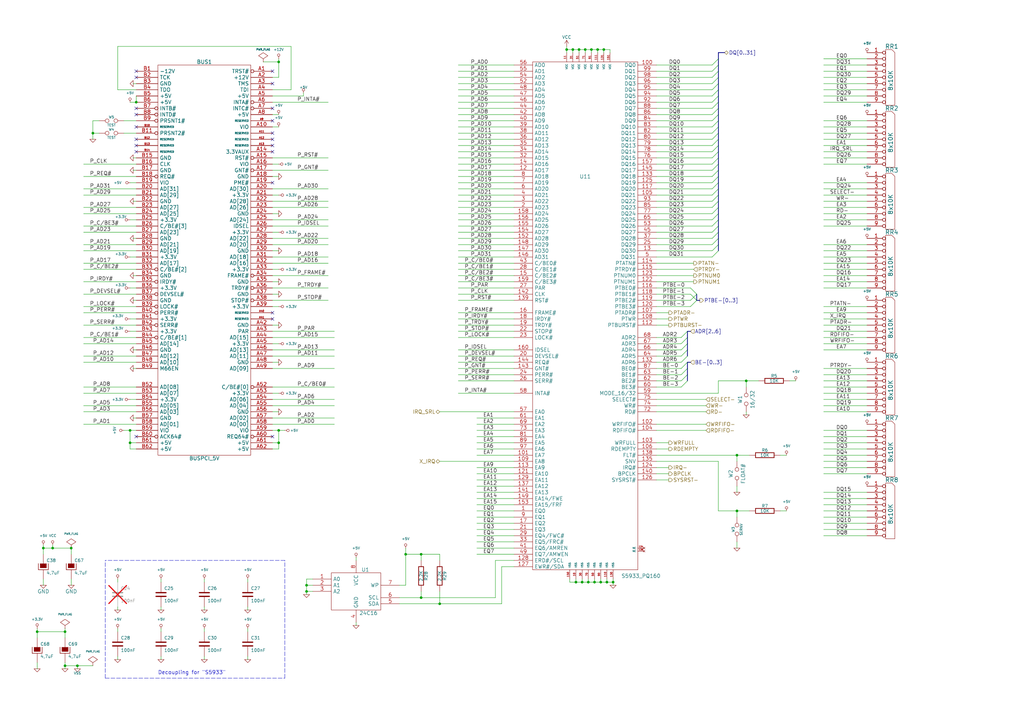
<source format=kicad_sch>
(kicad_sch (version 20230819) (generator eeschema)
  (paper "A3")
  (title_block (title "Video") (date "Sun 22 Mar 2015") (rev "2.0B") (company "Kicad EDA") (comment 1 "Interface Bus PCI"))
  (junction (at 26.67 273.05) (diameter 0.9144))
  (junction (at 242.57 20.32))
  (junction (at 125.73 242.57) (diameter 0.9144))
  (junction (at 302.26 209.55) (diameter 0.9144))
  (junction (at 236.22 238.76))
  (junction (at 114.3 25.4) (diameter 0.9144))
  (junction (at 240.03 20.32))
  (junction (at 38.1 54.61) (diameter 0.9144))
  (junction (at 245.11 20.32))
  (junction (at 180.34 247.65) (diameter 0.9144))
  (junction (at 31.75 273.05) (diameter 0.9144))
  (junction (at 53.34 181.61) (diameter 0.9144))
  (junction (at 29.21 224.79) (diameter 0.9144))
  (junction (at 114.3 181.61) (diameter 0.9144))
  (junction (at 302.26 186.69) (diameter 0.9144))
  (junction (at 246.38 238.76))
  (junction (at 234.95 20.32))
  (junction (at 241.3 238.76))
  (junction (at 172.72 227.33) (diameter 0.9144))
  (junction (at 26.67 259.08) (diameter 0.9144))
  (junction (at 251.46 238.76))
  (junction (at 243.84 238.76))
  (junction (at 55.88 41.91) (diameter 0.9144))
  (junction (at 248.92 238.76))
  (junction (at 17.78 224.79) (diameter 0.9144))
  (junction (at 237.49 20.32))
  (junction (at 53.34 176.53) (diameter 0.9144))
  (junction (at 166.37 227.33) (diameter 0.9144))
  (junction (at 306.07 156.21) (diameter 0.9144))
  (junction (at 238.76 238.76))
  (junction (at 125.73 240.03) (diameter 0.9144))
  (junction (at 247.65 20.32))
  (junction (at 232.41 20.32))
  (junction (at 114.3 176.53) (diameter 0.9144))
  (junction (at 15.24 259.08) (diameter 0.9144))
  (junction (at 21.59 224.79) (diameter 0.9144))
  (junction (at 172.72 245.11) (diameter 0.9144))
  (no_connect (at 55.88 44.45))
  (no_connect (at 55.88 52.07))
  (no_connect (at 111.76 54.61))
  (no_connect (at 111.76 62.23))
  (no_connect (at 111.76 49.53))
  (no_connect (at 111.76 59.69))
  (no_connect (at 111.76 44.45))
  (no_connect (at 111.76 34.29))
  (no_connect (at 111.76 57.15))
  (no_connect (at 111.76 29.21))
  (no_connect (at 111.76 128.27))
  (no_connect (at 111.76 74.93))
  (no_connect (at 55.88 59.69))
  (no_connect (at 55.88 62.23))
  (no_connect (at 55.88 31.75))
  (no_connect (at 55.88 179.07))
  (no_connect (at 55.88 57.15))
  (no_connect (at 55.88 46.99))
  (no_connect (at 111.76 179.07))
  (no_connect (at 111.76 130.81))
  (no_connect (at 55.88 29.21))
  (bus_entry (at 279.4 146.05) (size 2.54 -2.54) (stroke (width 0.1524)))
  (bus_entry (at 292.1 77.47) (size 2.54 -2.54) (stroke (width 0.1524)))
  (bus_entry (at 292.1 29.21) (size 2.54 -2.54) (stroke (width 0.1524)))
  (bus_entry (at 292.1 62.23) (size 2.54 -2.54) (stroke (width 0.1524)))
  (bus_entry (at 292.1 87.63) (size 2.54 -2.54) (stroke (width 0.1524)))
  (bus_entry (at 292.1 26.67) (size 2.54 -2.54) (stroke (width 0.1524)))
  (bus_entry (at 292.1 80.01) (size 2.54 -2.54) (stroke (width 0.1524)))
  (bus_entry (at 292.1 39.37) (size 2.54 -2.54) (stroke (width 0.1524)))
  (bus_entry (at 292.1 49.53) (size 2.54 -2.54) (stroke (width 0.1524)))
  (bus_entry (at 292.1 102.87) (size 2.54 -2.54) (stroke (width 0.1524)))
  (bus_entry (at 292.1 36.83) (size 2.54 -2.54) (stroke (width 0.1524)))
  (bus_entry (at 279.4 148.59) (size 2.54 -2.54) (stroke (width 0.1524)))
  (bus_entry (at 283.21 120.65) (size 2.54 2.54) (stroke (width 0.1524)))
  (bus_entry (at 292.1 52.07) (size 2.54 -2.54) (stroke (width 0.1524)))
  (bus_entry (at 279.4 140.97) (size 2.54 -2.54) (stroke (width 0.1524)))
  (bus_entry (at 292.1 34.29) (size 2.54 -2.54) (stroke (width 0.1524)))
  (bus_entry (at 292.1 82.55) (size 2.54 -2.54) (stroke (width 0.1524)))
  (bus_entry (at 292.1 46.99) (size 2.54 -2.54) (stroke (width 0.1524)))
  (bus_entry (at 279.4 151.13) (size 2.54 -2.54) (stroke (width 0.1524)))
  (bus_entry (at 283.21 118.11) (size 2.54 2.54) (stroke (width 0.1524)))
  (bus_entry (at 292.1 85.09) (size 2.54 -2.54) (stroke (width 0.1524)))
  (bus_entry (at 279.4 156.21) (size 2.54 -2.54) (stroke (width 0.1524)))
  (bus_entry (at 292.1 67.31) (size 2.54 -2.54) (stroke (width 0.1524)))
  (bus_entry (at 292.1 95.25) (size 2.54 -2.54) (stroke (width 0.1524)))
  (bus_entry (at 292.1 41.91) (size 2.54 -2.54) (stroke (width 0.1524)))
  (bus_entry (at 292.1 74.93) (size 2.54 -2.54) (stroke (width 0.1524)))
  (bus_entry (at 283.21 123.19) (size 2.54 -2.54) (stroke (width 0.1524)))
  (bus_entry (at 292.1 64.77) (size 2.54 -2.54) (stroke (width 0.1524)))
  (bus_entry (at 292.1 92.71) (size 2.54 -2.54) (stroke (width 0.1524)))
  (bus_entry (at 292.1 69.85) (size 2.54 -2.54) (stroke (width 0.1524)))
  (bus_entry (at 279.4 153.67) (size 2.54 -2.54) (stroke (width 0.1524)))
  (bus_entry (at 283.21 125.73) (size 2.54 -2.54) (stroke (width 0.1524)))
  (bus_entry (at 292.1 54.61) (size 2.54 -2.54) (stroke (width 0.1524)))
  (bus_entry (at 279.4 138.43) (size 2.54 -2.54) (stroke (width 0.1524)))
  (bus_entry (at 292.1 105.41) (size 2.54 -2.54) (stroke (width 0.1524)))
  (bus_entry (at 292.1 31.75) (size 2.54 -2.54) (stroke (width 0.1524)))
  (bus_entry (at 292.1 59.69) (size 2.54 -2.54) (stroke (width 0.1524)))
  (bus_entry (at 292.1 57.15) (size 2.54 -2.54) (stroke (width 0.1524)))
  (bus_entry (at 292.1 72.39) (size 2.54 -2.54) (stroke (width 0.1524)))
  (bus_entry (at 292.1 100.33) (size 2.54 -2.54) (stroke (width 0.1524)))
  (bus_entry (at 279.4 143.51) (size 2.54 -2.54) (stroke (width 0.1524)))
  (bus_entry (at 279.4 158.75) (size 2.54 -2.54) (stroke (width 0.1524)))
  (bus_entry (at 292.1 90.17) (size 2.54 -2.54) (stroke (width 0.1524)))
  (bus_entry (at 292.1 44.45) (size 2.54 -2.54) (stroke (width 0.1524)))
  (bus_entry (at 292.1 97.79) (size 2.54 -2.54) (stroke (width 0.1524)))
  (wire (pts (xy 337.82 189.23) (xy 355.6 189.23)))
  (wire (pts (xy 269.24 151.13) (xy 279.4 151.13)))
  (wire (pts (xy 337.82 138.43) (xy 355.6 138.43)))
  (wire (pts (xy 240.03 20.32) (xy 240.03 21.59)))
  (wire (pts (xy 111.76 151.13) (xy 137.16 151.13)))
  (wire (pts (xy 269.24 173.99) (xy 289.56 173.99)))
  (wire (pts (xy 40.64 49.53) (xy 38.1 49.53)))
  (wire (pts (xy 48.26 248.92) (xy 48.26 250.19)))
  (wire (pts (xy 269.24 189.23) (xy 294.64 189.23)))
  (wire (pts (xy 195.58 191.77) (xy 210.82 191.77)))
  (wire (pts (xy 34.29 120.65) (xy 55.88 120.65)))
  (wire (pts (xy 114.3 24.13) (xy 114.3 25.4)))
  (wire (pts (xy 269.24 196.85) (xy 274.32 196.85)))
  (wire (pts (xy 187.96 80.01) (xy 210.82 80.01)))
  (wire (pts (xy 269.24 72.39) (xy 292.1 72.39)))
  (wire (pts (xy 337.82 179.07) (xy 355.6 179.07)))
  (bus (pts (xy 294.64 21.59) (xy 294.64 24.13)))
  (wire (pts (xy 29.21 237.49) (xy 29.21 240.03)))
  (wire (pts (xy 38.1 54.61) (xy 40.64 54.61)))
  (wire (pts (xy 247.65 20.32) (xy 247.65 21.59)))
  (wire (pts (xy 203.2 245.11) (xy 203.2 229.87)))
  (wire (pts (xy 245.11 20.32) (xy 247.65 20.32)))
  (wire (pts (xy 250.19 20.32) (xy 250.19 21.59)))
  (wire (pts (xy 337.82 85.09) (xy 355.6 85.09)))
  (wire (pts (xy 337.82 52.07) (xy 355.6 52.07)))
  (wire (pts (xy 187.96 62.23) (xy 210.82 62.23)))
  (wire (pts (xy 17.78 224.79) (xy 17.78 227.33)))
  (wire (pts (xy 111.76 69.85) (xy 134.62 69.85)))
  (wire (pts (xy 111.76 41.91) (xy 134.62 41.91)))
  (wire (pts (xy 34.29 148.59) (xy 55.88 148.59)))
  (wire (pts (xy 26.67 259.08) (xy 26.67 261.62)))
  (wire (pts (xy 195.58 219.71) (xy 210.82 219.71)))
  (wire (pts (xy 111.76 72.39) (xy 114.3 72.39)))
  (wire (pts (xy 269.24 29.21) (xy 292.1 29.21)))
  (bus (pts (xy 281.94 148.59) (xy 281.94 151.13)))
  (wire (pts (xy 125.73 237.49) (xy 125.73 240.03)))
  (wire (pts (xy 302.26 186.69) (xy 307.34 186.69)))
  (wire (pts (xy 337.82 92.71) (xy 355.6 92.71)))
  (wire (pts (xy 195.58 196.85) (xy 210.82 196.85)))
  (wire (pts (xy 83.82 237.49) (xy 83.82 238.76)))
  (wire (pts (xy 337.82 204.47) (xy 355.6 204.47)))
  (wire (pts (xy 50.8 49.53) (xy 55.88 49.53)))
  (wire (pts (xy 111.76 100.33) (xy 134.62 100.33)))
  (bus (pts (xy 294.64 24.13) (xy 294.64 26.67)))
  (wire (pts (xy 34.29 115.57) (xy 55.88 115.57)))
  (wire (pts (xy 54.61 171.45) (xy 55.88 171.45)))
  (wire (pts (xy 107.95 25.4) (xy 114.3 25.4)))
  (wire (pts (xy 246.38 237.49) (xy 246.38 238.76)))
  (wire (pts (xy 166.37 227.33) (xy 166.37 240.03)))
  (wire (pts (xy 337.82 57.15) (xy 355.6 57.15)))
  (wire (pts (xy 269.24 62.23) (xy 292.1 62.23)))
  (wire (pts (xy 34.29 72.39) (xy 55.88 72.39)))
  (wire (pts (xy 34.29 146.05) (xy 55.88 146.05)))
  (wire (pts (xy 187.96 54.61) (xy 210.82 54.61)))
  (wire (pts (xy 111.76 181.61) (xy 114.3 181.61)))
  (wire (pts (xy 101.6 257.81) (xy 101.6 259.08)))
  (wire (pts (xy 187.96 31.75) (xy 210.82 31.75)))
  (wire (pts (xy 187.96 113.03) (xy 210.82 113.03)))
  (wire (pts (xy 180.34 247.65) (xy 205.74 247.65)))
  (wire (pts (xy 187.96 105.41) (xy 210.82 105.41)))
  (wire (pts (xy 248.92 237.49) (xy 248.92 238.76)))
  (wire (pts (xy 337.82 207.01) (xy 355.6 207.01)))
  (bus (pts (xy 294.64 34.29) (xy 294.64 36.83)))
  (wire (pts (xy 53.34 135.89) (xy 55.88 135.89)))
  (wire (pts (xy 302.26 199.39) (xy 302.26 201.93)))
  (wire (pts (xy 195.58 176.53) (xy 210.82 176.53)))
  (wire (pts (xy 187.96 64.77) (xy 210.82 64.77)))
  (wire (pts (xy 54.61 97.79) (xy 55.88 97.79)))
  (wire (pts (xy 241.3 237.49) (xy 241.3 238.76)))
  (wire (pts (xy 111.76 80.01) (xy 114.3 80.01)))
  (wire (pts (xy 337.82 153.67) (xy 355.6 153.67)))
  (wire (pts (xy 337.82 59.69) (xy 355.6 59.69)))
  (wire (pts (xy 337.82 133.35) (xy 355.6 133.35)))
  (wire (pts (xy 232.41 20.32) (xy 232.41 21.59)))
  (wire (pts (xy 337.82 143.51) (xy 355.6 143.51)))
  (wire (pts (xy 66.04 250.19) (xy 66.04 248.92)))
  (wire (pts (xy 55.88 151.13) (xy 54.61 151.13)))
  (wire (pts (xy 172.72 227.33) (xy 180.34 227.33)))
  (wire (pts (xy 111.76 36.83) (xy 119.38 36.83)))
  (wire (pts (xy 187.96 115.57) (xy 210.82 115.57)))
  (wire (pts (xy 187.96 52.07) (xy 210.82 52.07)))
  (wire (pts (xy 55.88 123.19) (xy 54.61 123.19)))
  (wire (pts (xy 34.29 138.43) (xy 55.88 138.43)))
  (wire (pts (xy 236.22 238.76) (xy 238.76 238.76)))
  (wire (pts (xy 242.57 20.32) (xy 242.57 21.59)))
  (wire (pts (xy 111.76 163.83) (xy 137.16 163.83)))
  (wire (pts (xy 269.24 181.61) (xy 274.32 181.61)))
  (wire (pts (xy 269.24 100.33) (xy 292.1 100.33)))
  (wire (pts (xy 241.3 238.76) (xy 243.84 238.76)))
  (wire (pts (xy 232.41 20.32) (xy 234.95 20.32)))
  (wire (pts (xy 337.82 191.77) (xy 355.6 191.77)))
  (bus (pts (xy 294.64 80.01) (xy 294.64 82.55)))
  (wire (pts (xy 195.58 201.93) (xy 210.82 201.93)))
  (wire (pts (xy 187.96 156.21) (xy 210.82 156.21)))
  (wire (pts (xy 66.04 257.81) (xy 66.04 259.08)))
  (bus (pts (xy 294.64 44.45) (xy 294.64 46.99)))
  (wire (pts (xy 111.76 123.19) (xy 134.62 123.19)))
  (wire (pts (xy 111.76 85.09) (xy 134.62 85.09)))
  (wire (pts (xy 294.64 161.29) (xy 294.64 156.21)))
  (wire (pts (xy 163.83 247.65) (xy 180.34 247.65)))
  (wire (pts (xy 21.59 223.52) (xy 21.59 224.79)))
  (polyline (pts (xy 43.18 278.13) (xy 116.84 278.13)) (stroke (width 0) (type dash)))
  (wire (pts (xy 337.82 41.91) (xy 355.6 41.91)))
  (wire (pts (xy 337.82 110.49) (xy 355.6 110.49)))
  (wire (pts (xy 337.82 135.89) (xy 355.6 135.89)))
  (wire (pts (xy 26.67 273.05) (xy 31.75 273.05)))
  (wire (pts (xy 55.88 39.37) (xy 55.88 41.91)))
  (wire (pts (xy 34.29 110.49) (xy 55.88 110.49)))
  (wire (pts (xy 306.07 156.21) (xy 311.15 156.21)))
  (wire (pts (xy 269.24 82.55) (xy 292.1 82.55)))
  (wire (pts (xy 53.34 130.81) (xy 55.88 130.81)))
  (wire (pts (xy 111.76 52.07) (xy 114.3 52.07)))
  (wire (pts (xy 187.96 123.19) (xy 210.82 123.19)))
  (wire (pts (xy 21.59 224.79) (xy 29.21 224.79)))
  (wire (pts (xy 111.76 118.11) (xy 134.62 118.11)))
  (wire (pts (xy 210.82 229.87) (xy 203.2 229.87)))
  (wire (pts (xy 111.76 95.25) (xy 114.3 95.25)))
  (wire (pts (xy 125.73 240.03) (xy 125.73 242.57)))
  (wire (pts (xy 166.37 224.79) (xy 166.37 227.33)))
  (wire (pts (xy 323.85 156.21) (xy 326.39 156.21)))
  (bus (pts (xy 281.94 143.51) (xy 281.94 146.05)))
  (wire (pts (xy 269.24 128.27) (xy 274.32 128.27)))
  (wire (pts (xy 337.82 82.55) (xy 355.6 82.55)))
  (wire (pts (xy 111.76 138.43) (xy 137.16 138.43)))
  (wire (pts (xy 111.76 115.57) (xy 114.3 115.57)))
  (wire (pts (xy 34.29 95.25) (xy 55.88 95.25)))
  (wire (pts (xy 34.29 161.29) (xy 55.88 161.29)))
  (wire (pts (xy 337.82 49.53) (xy 355.6 49.53)))
  (wire (pts (xy 34.29 102.87) (xy 55.88 102.87)))
  (wire (pts (xy 111.76 87.63) (xy 114.3 87.63)))
  (wire (pts (xy 269.24 59.69) (xy 292.1 59.69)))
  (wire (pts (xy 269.24 107.95) (xy 284.48 107.95)))
  (wire (pts (xy 337.82 64.77) (xy 355.6 64.77)))
  (wire (pts (xy 48.26 19.05) (xy 119.38 19.05)))
  (wire (pts (xy 269.24 140.97) (xy 279.4 140.97)))
  (wire (pts (xy 269.24 148.59) (xy 279.4 148.59)))
  (wire (pts (xy 238.76 238.76) (xy 241.3 238.76)))
  (bus (pts (xy 294.64 77.47) (xy 294.64 80.01)))
  (wire (pts (xy 269.24 54.61) (xy 292.1 54.61)))
  (wire (pts (xy 232.41 19.05) (xy 232.41 20.32)))
  (bus (pts (xy 287.02 123.19) (xy 285.75 123.19)))
  (wire (pts (xy 302.26 186.69) (xy 302.26 189.23)))
  (wire (pts (xy 242.57 20.32) (xy 245.11 20.32)))
  (wire (pts (xy 187.96 59.69) (xy 210.82 59.69)))
  (wire (pts (xy 269.24 168.91) (xy 289.56 168.91)))
  (wire (pts (xy 337.82 156.21) (xy 355.6 156.21)))
  (wire (pts (xy 195.58 224.79) (xy 210.82 224.79)))
  (wire (pts (xy 111.76 173.99) (xy 137.16 173.99)))
  (bus (pts (xy 294.64 90.17) (xy 294.64 92.71)))
  (wire (pts (xy 114.3 176.53) (xy 114.3 181.61)))
  (wire (pts (xy 269.24 118.11) (xy 283.21 118.11)))
  (wire (pts (xy 187.96 130.81) (xy 210.82 130.81)))
  (wire (pts (xy 233.68 237.49) (xy 233.68 238.76)))
  (wire (pts (xy 34.29 168.91) (xy 55.88 168.91)))
  (wire (pts (xy 187.96 100.33) (xy 210.82 100.33)))
  (wire (pts (xy 302.26 222.25) (xy 302.26 224.79)))
  (wire (pts (xy 34.29 100.33) (xy 55.88 100.33)))
  (wire (pts (xy 111.76 46.99) (xy 114.3 46.99)))
  (wire (pts (xy 269.24 77.47) (xy 292.1 77.47)))
  (wire (pts (xy 269.24 67.31) (xy 292.1 67.31)))
  (wire (pts (xy 195.58 204.47) (xy 210.82 204.47)))
  (wire (pts (xy 55.88 34.29) (xy 54.61 34.29)))
  (bus (pts (xy 294.64 85.09) (xy 294.64 87.63)))
  (wire (pts (xy 34.29 107.95) (xy 55.88 107.95)))
  (wire (pts (xy 187.96 29.21) (xy 210.82 29.21)))
  (wire (pts (xy 187.96 85.09) (xy 210.82 85.09)))
  (wire (pts (xy 53.34 184.15) (xy 55.88 184.15)))
  (wire (pts (xy 269.24 57.15) (xy 292.1 57.15)))
  (wire (pts (xy 34.29 140.97) (xy 55.88 140.97)))
  (wire (pts (xy 234.95 20.32) (xy 234.95 21.59)))
  (wire (pts (xy 111.76 82.55) (xy 134.62 82.55)))
  (wire (pts (xy 269.24 87.63) (xy 292.1 87.63)))
  (wire (pts (xy 48.26 269.24) (xy 48.26 270.51)))
  (wire (pts (xy 125.73 242.57) (xy 125.73 243.84)))
  (wire (pts (xy 187.96 49.53) (xy 210.82 49.53)))
  (wire (pts (xy 337.82 214.63) (xy 355.6 214.63)))
  (wire (pts (xy 53.34 118.11) (xy 55.88 118.11)))
  (wire (pts (xy 111.76 113.03) (xy 134.62 113.03)))
  (wire (pts (xy 54.61 82.55) (xy 55.88 82.55)))
  (bus (pts (xy 294.64 54.61) (xy 294.64 57.15)))
  (wire (pts (xy 269.24 138.43) (xy 279.4 138.43)))
  (wire (pts (xy 269.24 163.83) (xy 289.56 163.83)))
  (wire (pts (xy 125.73 237.49) (xy 128.27 237.49)))
  (wire (pts (xy 187.96 97.79) (xy 210.82 97.79)))
  (wire (pts (xy 205.74 247.65) (xy 205.74 232.41)))
  (wire (pts (xy 187.96 146.05) (xy 210.82 146.05)))
  (wire (pts (xy 210.82 232.41) (xy 205.74 232.41)))
  (wire (pts (xy 195.58 179.07) (xy 210.82 179.07)))
  (bus (pts (xy 294.64 82.55) (xy 294.64 85.09)))
  (wire (pts (xy 66.04 238.76) (xy 66.04 237.49)))
  (wire (pts (xy 269.24 64.77) (xy 292.1 64.77)))
  (wire (pts (xy 187.96 26.67) (xy 210.82 26.67)))
  (wire (pts (xy 187.96 44.45) (xy 210.82 44.45)))
  (wire (pts (xy 269.24 36.83) (xy 292.1 36.83)))
  (wire (pts (xy 111.76 67.31) (xy 114.3 67.31)))
  (wire (pts (xy 187.96 128.27) (xy 210.82 128.27)))
  (wire (pts (xy 337.82 67.31) (xy 355.6 67.31)))
  (bus (pts (xy 294.64 52.07) (xy 294.64 54.61)))
  (wire (pts (xy 251.46 237.49) (xy 251.46 238.76)))
  (wire (pts (xy 111.76 102.87) (xy 114.3 102.87)))
  (wire (pts (xy 337.82 125.73) (xy 355.6 125.73)))
  (wire (pts (xy 187.96 87.63) (xy 210.82 87.63)))
  (wire (pts (xy 111.76 176.53) (xy 114.3 176.53)))
  (wire (pts (xy 240.03 20.32) (xy 242.57 20.32)))
  (wire (pts (xy 50.8 176.53) (xy 53.34 176.53)))
  (wire (pts (xy 180.34 189.23) (xy 210.82 189.23)))
  (wire (pts (xy 187.96 138.43) (xy 210.82 138.43)))
  (wire (pts (xy 187.96 110.49) (xy 210.82 110.49)))
  (wire (pts (xy 187.96 72.39) (xy 210.82 72.39)))
  (wire (pts (xy 195.58 171.45) (xy 210.82 171.45)))
  (wire (pts (xy 337.82 163.83) (xy 355.6 163.83)))
  (wire (pts (xy 269.24 191.77) (xy 274.32 191.77)))
  (wire (pts (xy 269.24 161.29) (xy 294.64 161.29)))
  (bus (pts (xy 294.64 57.15) (xy 294.64 59.69)))
  (wire (pts (xy 34.29 133.35) (xy 55.88 133.35)))
  (wire (pts (xy 243.84 238.76) (xy 246.38 238.76)))
  (wire (pts (xy 187.96 143.51) (xy 210.82 143.51)))
  (wire (pts (xy 101.6 237.49) (xy 101.6 238.76)))
  (wire (pts (xy 195.58 222.25) (xy 210.82 222.25)))
  (wire (pts (xy 320.04 209.55) (xy 322.58 209.55)))
  (wire (pts (xy 269.24 41.91) (xy 292.1 41.91)))
  (wire (pts (xy 187.96 74.93) (xy 210.82 74.93)))
  (wire (pts (xy 55.88 113.03) (xy 54.61 113.03)))
  (wire (pts (xy 111.76 133.35) (xy 114.3 133.35)))
  (wire (pts (xy 172.72 227.33) (xy 172.72 229.87)))
  (wire (pts (xy 269.24 92.71) (xy 292.1 92.71)))
  (wire (pts (xy 195.58 181.61) (xy 210.82 181.61)))
  (wire (pts (xy 246.38 238.76) (xy 248.92 238.76)))
  (wire (pts (xy 166.37 240.03) (xy 163.83 240.03)))
  (wire (pts (xy 187.96 148.59) (xy 210.82 148.59)))
  (wire (pts (xy 195.58 186.69) (xy 210.82 186.69)))
  (wire (pts (xy 55.88 36.83) (xy 48.26 36.83)))
  (wire (pts (xy 187.96 95.25) (xy 210.82 95.25)))
  (wire (pts (xy 54.61 143.51) (xy 55.88 143.51)))
  (wire (pts (xy 269.24 194.31) (xy 274.32 194.31)))
  (wire (pts (xy 34.29 173.99) (xy 55.88 173.99)))
  (wire (pts (xy 269.24 123.19) (xy 283.21 123.19)))
  (bus (pts (xy 294.64 67.31) (xy 294.64 69.85)))
  (wire (pts (xy 53.34 74.93) (xy 55.88 74.93)))
  (wire (pts (xy 187.96 46.99) (xy 210.82 46.99)))
  (wire (pts (xy 337.82 140.97) (xy 355.6 140.97)))
  (bus (pts (xy 294.64 31.75) (xy 294.64 34.29)))
  (bus (pts (xy 294.64 92.71) (xy 294.64 95.25)))
  (bus (pts (xy 281.94 148.59) (xy 283.21 148.59)))
  (wire (pts (xy 53.34 105.41) (xy 55.88 105.41)))
  (wire (pts (xy 180.34 227.33) (xy 180.34 229.87)))
  (wire (pts (xy 101.6 269.24) (xy 101.6 270.51)))
  (wire (pts (xy 111.76 92.71) (xy 134.62 92.71)))
  (wire (pts (xy 195.58 184.15) (xy 210.82 184.15)))
  (wire (pts (xy 269.24 97.79) (xy 292.1 97.79)))
  (wire (pts (xy 269.24 34.29) (xy 292.1 34.29)))
  (wire (pts (xy 195.58 207.01) (xy 210.82 207.01)))
  (wire (pts (xy 195.58 217.17) (xy 210.82 217.17)))
  (wire (pts (xy 251.46 238.76) (xy 251.46 240.03)))
  (bus (pts (xy 281.94 140.97) (xy 281.94 143.51)))
  (wire (pts (xy 48.26 257.81) (xy 48.26 259.08)))
  (bus (pts (xy 294.64 49.53) (xy 294.64 52.07)))
  (wire (pts (xy 337.82 161.29) (xy 355.6 161.29)))
  (wire (pts (xy 15.24 257.81) (xy 15.24 259.08)))
  (wire (pts (xy 195.58 199.39) (xy 210.82 199.39)))
  (wire (pts (xy 195.58 214.63) (xy 210.82 214.63)))
  (wire (pts (xy 269.24 39.37) (xy 292.1 39.37)))
  (wire (pts (xy 337.82 31.75) (xy 355.6 31.75)))
  (wire (pts (xy 26.67 273.05) (xy 26.67 274.32)))
  (wire (pts (xy 31.75 273.05) (xy 31.75 274.32)))
  (wire (pts (xy 269.24 166.37) (xy 289.56 166.37)))
  (wire (pts (xy 306.07 156.21) (xy 306.07 158.75)))
  (wire (pts (xy 269.24 69.85) (xy 292.1 69.85)))
  (wire (pts (xy 269.24 95.25) (xy 292.1 95.25)))
  (bus (pts (xy 294.64 72.39) (xy 294.64 74.93)))
  (wire (pts (xy 111.76 171.45) (xy 137.16 171.45)))
  (wire (pts (xy 111.76 158.75) (xy 137.16 158.75)))
  (wire (pts (xy 269.24 44.45) (xy 292.1 44.45)))
  (wire (pts (xy 269.24 153.67) (xy 279.4 153.67)))
  (wire (pts (xy 83.82 250.19) (xy 83.82 248.92)))
  (wire (pts (xy 166.37 227.33) (xy 172.72 227.33)))
  (wire (pts (xy 337.82 24.13) (xy 355.6 24.13)))
  (bus (pts (xy 294.64 36.83) (xy 294.64 39.37)))
  (bus (pts (xy 285.75 123.19) (xy 285.75 120.65)))
  (wire (pts (xy 187.96 41.91) (xy 210.82 41.91)))
  (wire (pts (xy 34.29 77.47) (xy 55.88 77.47)))
  (bus (pts (xy 294.64 29.21) (xy 294.64 31.75)))
  (wire (pts (xy 243.84 237.49) (xy 243.84 238.76)))
  (wire (pts (xy 187.96 39.37) (xy 210.82 39.37)))
  (bus (pts (xy 294.64 64.77) (xy 294.64 67.31)))
  (wire (pts (xy 187.96 34.29) (xy 210.82 34.29)))
  (bus (pts (xy 294.64 97.79) (xy 294.64 100.33)))
  (wire (pts (xy 111.76 143.51) (xy 137.16 143.51)))
  (wire (pts (xy 180.34 168.91) (xy 210.82 168.91)))
  (bus (pts (xy 294.64 87.63) (xy 294.64 90.17)))
  (bus (pts (xy 281.94 151.13) (xy 281.94 153.67)))
  (wire (pts (xy 15.24 259.08) (xy 26.67 259.08)))
  (wire (pts (xy 269.24 158.75) (xy 279.4 158.75)))
  (wire (pts (xy 187.96 92.71) (xy 210.82 92.71)))
  (wire (pts (xy 146.05 228.6) (xy 146.05 229.87)))
  (wire (pts (xy 294.64 189.23) (xy 294.64 209.55)))
  (wire (pts (xy 187.96 67.31) (xy 210.82 67.31)))
  (wire (pts (xy 269.24 130.81) (xy 274.32 130.81)))
  (wire (pts (xy 337.82 107.95) (xy 355.6 107.95)))
  (wire (pts (xy 337.82 158.75) (xy 355.6 158.75)))
  (wire (pts (xy 15.24 271.78) (xy 15.24 274.32)))
  (wire (pts (xy 269.24 90.17) (xy 292.1 90.17)))
  (wire (pts (xy 34.29 158.75) (xy 55.88 158.75)))
  (wire (pts (xy 114.3 25.4) (xy 114.3 31.75)))
  (wire (pts (xy 111.76 39.37) (xy 124.46 39.37)))
  (wire (pts (xy 337.82 194.31) (xy 355.6 194.31)))
  (bus (pts (xy 281.94 153.67) (xy 281.94 156.21)))
  (wire (pts (xy 337.82 100.33) (xy 355.6 100.33)))
  (wire (pts (xy 111.76 64.77) (xy 134.62 64.77)))
  (wire (pts (xy 34.29 125.73) (xy 55.88 125.73)))
  (wire (pts (xy 269.24 113.03) (xy 284.48 113.03)))
  (wire (pts (xy 337.82 105.41) (xy 355.6 105.41)))
  (wire (pts (xy 146.05 255.27) (xy 146.05 256.54)))
  (wire (pts (xy 269.24 105.41) (xy 292.1 105.41)))
  (wire (pts (xy 306.07 170.18) (xy 306.07 168.91)))
  (wire (pts (xy 34.29 92.71) (xy 55.88 92.71)))
  (wire (pts (xy 163.83 245.11) (xy 172.72 245.11)))
  (wire (pts (xy 269.24 26.67) (xy 292.1 26.67)))
  (wire (pts (xy 34.29 80.01) (xy 55.88 80.01)))
  (wire (pts (xy 119.38 36.83) (xy 119.38 19.05)))
  (wire (pts (xy 53.34 176.53) (xy 53.34 181.61)))
  (wire (pts (xy 187.96 90.17) (xy 210.82 90.17)))
  (wire (pts (xy 187.96 151.13) (xy 210.82 151.13)))
  (wire (pts (xy 111.76 77.47) (xy 134.62 77.47)))
  (wire (pts (xy 233.68 238.76) (xy 236.22 238.76)))
  (wire (pts (xy 269.24 85.09) (xy 292.1 85.09)))
  (wire (pts (xy 269.24 110.49) (xy 284.48 110.49)))
  (wire (pts (xy 26.67 257.81) (xy 26.67 259.08)))
  (wire (pts (xy 172.72 245.11) (xy 203.2 245.11)))
  (wire (pts (xy 269.24 74.93) (xy 292.1 74.93)))
  (wire (pts (xy 187.96 118.11) (xy 210.82 118.11)))
  (wire (pts (xy 337.82 212.09) (xy 355.6 212.09)))
  (bus (pts (xy 281.94 138.43) (xy 281.94 140.97)))
  (bus (pts (xy 294.64 62.23) (xy 294.64 64.77)))
  (wire (pts (xy 114.3 176.53) (xy 116.84 176.53)))
  (wire (pts (xy 34.29 85.09) (xy 55.88 85.09)))
  (wire (pts (xy 29.21 224.79) (xy 29.21 227.33)))
  (wire (pts (xy 111.76 146.05) (xy 137.16 146.05)))
  (bus (pts (xy 294.64 21.59) (xy 297.18 21.59)))
  (wire (pts (xy 125.73 240.03) (xy 128.27 240.03)))
  (wire (pts (xy 111.76 166.37) (xy 137.16 166.37)))
  (wire (pts (xy 269.24 143.51) (xy 279.4 143.51)))
  (wire (pts (xy 337.82 102.87) (xy 355.6 102.87)))
  (bus (pts (xy 281.94 135.89) (xy 281.94 138.43)))
  (wire (pts (xy 66.04 269.24) (xy 66.04 270.51)))
  (wire (pts (xy 187.96 107.95) (xy 210.82 107.95)))
  (bus (pts (xy 294.64 74.93) (xy 294.64 77.47)))
  (wire (pts (xy 55.88 41.91) (xy 53.34 41.91)))
  (wire (pts (xy 111.76 125.73) (xy 114.3 125.73)))
  (bus (pts (xy 294.64 39.37) (xy 294.64 41.91)))
  (wire (pts (xy 269.24 80.01) (xy 292.1 80.01)))
  (wire (pts (xy 111.76 110.49) (xy 114.3 110.49)))
  (wire (pts (xy 180.34 242.57) (xy 180.34 247.65)))
  (wire (pts (xy 269.24 186.69) (xy 302.26 186.69)))
  (wire (pts (xy 195.58 173.99) (xy 210.82 173.99)))
  (wire (pts (xy 237.49 20.32) (xy 240.03 20.32)))
  (wire (pts (xy 15.24 259.08) (xy 15.24 261.62)))
  (wire (pts (xy 53.34 176.53) (xy 55.88 176.53)))
  (polyline (pts (xy 116.84 229.87) (xy 43.18 229.87)) (stroke (width 0) (type dash)))
  (wire (pts (xy 337.82 29.21) (xy 355.6 29.21)))
  (wire (pts (xy 337.82 62.23) (xy 355.6 62.23)))
  (wire (pts (xy 187.96 120.65) (xy 210.82 120.65)))
  (wire (pts (xy 337.82 128.27) (xy 355.6 128.27)))
  (wire (pts (xy 187.96 102.87) (xy 210.82 102.87)))
  (wire (pts (xy 83.82 269.24) (xy 83.82 270.51)))
  (wire (pts (xy 269.24 156.21) (xy 279.4 156.21)))
  (wire (pts (xy 187.96 135.89) (xy 210.82 135.89)))
  (wire (pts (xy 269.24 133.35) (xy 274.32 133.35)))
  (wire (pts (xy 269.24 102.87) (xy 292.1 102.87)))
  (wire (pts (xy 337.82 166.37) (xy 355.6 166.37)))
  (wire (pts (xy 83.82 259.08) (xy 83.82 257.81)))
  (wire (pts (xy 34.29 166.37) (xy 55.88 166.37)))
  (wire (pts (xy 269.24 52.07) (xy 292.1 52.07)))
  (wire (pts (xy 187.96 153.67) (xy 210.82 153.67)))
  (wire (pts (xy 337.82 74.93) (xy 355.6 74.93)))
  (wire (pts (xy 195.58 209.55) (xy 210.82 209.55)))
  (wire (pts (xy 114.3 184.15) (xy 111.76 184.15)))
  (wire (pts (xy 337.82 113.03) (xy 355.6 113.03)))
  (wire (pts (xy 187.96 57.15) (xy 210.82 57.15)))
  (wire (pts (xy 48.26 36.83) (xy 48.26 19.05)))
  (wire (pts (xy 337.82 118.11) (xy 355.6 118.11)))
  (wire (pts (xy 337.82 39.37) (xy 355.6 39.37)))
  (wire (pts (xy 187.96 69.85) (xy 210.82 69.85)))
  (wire (pts (xy 38.1 49.53) (xy 38.1 54.61)))
  (wire (pts (xy 195.58 212.09) (xy 210.82 212.09)))
  (wire (pts (xy 269.24 146.05) (xy 279.4 146.05)))
  (wire (pts (xy 302.26 209.55) (xy 302.26 212.09)))
  (wire (pts (xy 337.82 77.47) (xy 355.6 77.47)))
  (wire (pts (xy 125.73 242.57) (xy 128.27 242.57)))
  (wire (pts (xy 294.64 209.55) (xy 302.26 209.55)))
  (wire (pts (xy 111.76 135.89) (xy 137.16 135.89)))
  (wire (pts (xy 269.24 46.99) (xy 292.1 46.99)))
  (wire (pts (xy 187.96 77.47) (xy 210.82 77.47)))
  (wire (pts (xy 238.76 237.49) (xy 238.76 238.76)))
  (wire (pts (xy 111.76 161.29) (xy 114.3 161.29)))
  (wire (pts (xy 237.49 20.32) (xy 237.49 21.59)))
  (wire (pts (xy 53.34 181.61) (xy 53.34 184.15)))
  (wire (pts (xy 124.46 39.37) (xy 124.46 38.1)))
  (wire (pts (xy 111.76 168.91) (xy 114.3 168.91)))
  (bus (pts (xy 294.64 69.85) (xy 294.64 72.39)))
  (wire (pts (xy 245.11 20.32) (xy 245.11 21.59)))
  (wire (pts (xy 111.76 107.95) (xy 134.62 107.95)))
  (wire (pts (xy 101.6 250.19) (xy 101.6 248.92)))
  (wire (pts (xy 337.82 186.69) (xy 355.6 186.69)))
  (wire (pts (xy 269.24 125.73) (xy 283.21 125.73)))
  (wire (pts (xy 337.82 184.15) (xy 355.6 184.15)))
  (wire (pts (xy 111.76 90.17) (xy 134.62 90.17)))
  (wire (pts (xy 195.58 194.31) (xy 210.82 194.31)))
  (polyline (pts (xy 116.84 278.13) (xy 116.84 229.87)) (stroke (width 0) (type dash)))
  (wire (pts (xy 320.04 186.69) (xy 322.58 186.69)))
  (wire (pts (xy 234.95 20.32) (xy 237.49 20.32)))
  (wire (pts (xy 54.61 69.85) (xy 55.88 69.85)))
  (wire (pts (xy 195.58 227.33) (xy 210.82 227.33)))
  (wire (pts (xy 17.78 237.49) (xy 17.78 240.03)))
  (wire (pts (xy 294.64 156.21) (xy 306.07 156.21)))
  (wire (pts (xy 114.3 31.75) (xy 111.76 31.75)))
  (wire (pts (xy 269.24 184.15) (xy 274.32 184.15)))
  (polyline (pts (xy 43.18 278.13) (xy 43.18 229.87)) (stroke (width 0) (type dash)))
  (wire (pts (xy 337.82 80.01) (xy 355.6 80.01)))
  (wire (pts (xy 337.82 181.61) (xy 355.6 181.61)))
  (wire (pts (xy 34.29 128.27) (xy 55.88 128.27)))
  (wire (pts (xy 53.34 163.83) (xy 55.88 163.83)))
  (bus (pts (xy 294.64 59.69) (xy 294.64 62.23)))
  (wire (pts (xy 111.76 120.65) (xy 114.3 120.65)))
  (wire (pts (xy 31.75 273.05) (xy 38.1 273.05)))
  (wire (pts (xy 55.88 64.77) (xy 54.61 64.77)))
  (wire (pts (xy 17.78 224.79) (xy 21.59 224.79)))
  (wire (pts (xy 269.24 120.65) (xy 283.21 120.65)))
  (wire (pts (xy 111.76 97.79) (xy 134.62 97.79)))
  (bus (pts (xy 294.64 26.67) (xy 294.64 29.21)))
  (bus (pts (xy 294.64 100.33) (xy 294.64 102.87)))
  (wire (pts (xy 247.65 20.32) (xy 250.19 20.32)))
  (wire (pts (xy 337.82 168.91) (xy 355.6 168.91)))
  (wire (pts (xy 337.82 176.53) (xy 355.6 176.53)))
  (wire (pts (xy 111.76 148.59) (xy 114.3 148.59)))
  (wire (pts (xy 337.82 151.13) (xy 355.6 151.13)))
  (wire (pts (xy 337.82 34.29) (xy 355.6 34.29)))
  (wire (pts (xy 34.29 87.63) (xy 55.88 87.63)))
  (bus (pts (xy 294.64 41.91) (xy 294.64 44.45)))
  (wire (pts (xy 38.1 54.61) (xy 38.1 57.15)))
  (wire (pts (xy 34.29 67.31) (xy 55.88 67.31)))
  (wire (pts (xy 187.96 36.83) (xy 210.82 36.83)))
  (wire (pts (xy 53.34 181.61) (xy 55.88 181.61)))
  (wire (pts (xy 48.26 237.49) (xy 48.26 238.76)))
  (wire (pts (xy 269.24 49.53) (xy 292.1 49.53)))
  (wire (pts (xy 53.34 90.17) (xy 55.88 90.17)))
  (wire (pts (xy 337.82 201.93) (xy 355.6 201.93)))
  (wire (pts (xy 337.82 130.81) (xy 355.6 130.81)))
  (wire (pts (xy 337.82 90.17) (xy 355.6 90.17)))
  (wire (pts (xy 236.22 237.49) (xy 236.22 238.76)))
  (wire (pts (xy 337.82 219.71) (xy 355.6 219.71)))
  (wire (pts (xy 187.96 161.29) (xy 210.82 161.29)))
  (wire (pts (xy 111.76 105.41) (xy 134.62 105.41)))
  (wire (pts (xy 187.96 82.55) (xy 210.82 82.55)))
  (wire (pts (xy 337.82 36.83) (xy 355.6 36.83)))
  (wire (pts (xy 114.3 181.61) (xy 114.3 184.15)))
  (bus (pts (xy 281.94 135.89) (xy 283.21 135.89)))
  (wire (pts (xy 269.24 115.57) (xy 284.48 115.57)))
  (wire (pts (xy 302.26 209.55) (xy 307.34 209.55)))
  (wire (pts (xy 337.82 217.17) (xy 355.6 217.17)))
  (wire (pts (xy 111.76 140.97) (xy 114.3 140.97)))
  (wire (pts (xy 269.24 31.75) (xy 292.1 31.75)))
  (wire (pts (xy 337.82 115.57) (xy 355.6 115.57)))
  (wire (pts (xy 337.82 54.61) (xy 355.6 54.61)))
  (wire (pts (xy 17.78 223.52) (xy 17.78 224.79)))
  (wire (pts (xy 337.82 26.67) (xy 355.6 26.67)))
  (wire (pts (xy 337.82 209.55) (xy 355.6 209.55)))
  (wire (pts (xy 26.67 271.78) (xy 26.67 273.05)))
  (wire (pts (xy 172.72 242.57) (xy 172.72 245.11)))
  (wire (pts (xy 187.96 133.35) (xy 210.82 133.35)))
  (wire (pts (xy 50.8 54.61) (xy 55.88 54.61)))
  (bus (pts (xy 294.64 46.99) (xy 294.64 49.53)))
  (wire (pts (xy 337.82 87.63) (xy 355.6 87.63)))
  (wire (pts (xy 269.24 176.53) (xy 289.56 176.53)))
  (wire (pts (xy 248.92 238.76) (xy 251.46 238.76)))
  (bus (pts (xy 294.64 95.25) (xy 294.64 97.79)))
  (text "Decoupling for \"S5933\"" (at 64.77 276.86 0) (effects (font (size 1.524 1.524)) (justify left bottom)))
  (label "EA6" (at 342.9 100.33 0) (effects (font (size 1.524 1.524))))
  (label "PTBE-1" (at 271.78 120.65 0) (effects (font (size 1.524 1.524))))
  (label "EA12" (at 198.12 199.39 0) (effects (font (size 1.524 1.524))))
  (label "P_AD23" (at 193.04 85.09 0) (effects (font (size 1.524 1.524))))
  (label "DQ11" (at 342.9 212.09 0) (effects (font (size 1.524 1.524))))
  (label "P_AD26" (at 193.04 92.71 0) (effects (font (size 1.524 1.524))))
  (label "P_C/BE0#" (at 121.92 158.75 0) (effects (font (size 1.524 1.524))))
  (label "P_IDSEL" (at 121.92 92.71 0) (effects (font (size 1.524 1.524))))
  (label "P_AD0" (at 121.92 173.99 0) (effects (font (size 1.524 1.524))))
  (label "P_AD22" (at 193.04 82.55 0) (effects (font (size 1.524 1.524))))
  (label "P_IRDY#" (at 190.5 130.81 0) (effects (font (size 1.524 1.524))))
  (label "DQ8" (at 342.9 219.71 0) (effects (font (size 1.524 1.524))))
  (label "P_AD13" (at 193.04 59.69 0) (effects (font (size 1.524 1.524))))
  (label "EA9" (at 342.9 128.27 0) (effects (font (size 1.524 1.524))))
  (label "P_AD7" (at 38.1 161.29 0) (effects (font (size 1.524 1.524))))
  (label "DQ1" (at 274.32 29.21 0) (effects (font (size 1.524 1.524))))
  (label "EA10" (at 342.9 168.91 0) (effects (font (size 1.524 1.524))))
  (label "DQ30" (at 274.32 102.87 0) (effects (font (size 1.524 1.524))))
  (label "DQ31" (at 274.32 105.41 0) (effects (font (size 1.524 1.524))))
  (label "EA14" (at 342.9 115.57 0) (effects (font (size 1.524 1.524))))
  (label "P_AD30" (at 121.92 77.47 0) (effects (font (size 1.524 1.524))))
  (label "P_AD11" (at 121.92 146.05 0) (effects (font (size 1.524 1.524))))
  (label "DQ0" (at 342.9 176.53 0) (effects (font (size 1.524 1.524))))
  (label "EQ0" (at 342.9 24.13 0) (effects (font (size 1.524 1.524))))
  (label "EQ7" (at 198.12 227.33 0) (effects (font (size 1.524 1.524))))
  (label "P_AD2" (at 121.92 171.45 0) (effects (font (size 1.524 1.524))))
  (label "P_CLK" (at 193.04 120.65 0) (effects (font (size 1.524 1.524))))
  (label "BE-0" (at 271.78 151.13 0) (effects (font (size 1.524 1.524))))
  (label "EQ5" (at 198.12 222.25 0) (effects (font (size 1.524 1.524))))
  (label "EA1" (at 342.9 59.69 0) (effects (font (size 1.524 1.524))))
  (label "DQ12" (at 274.32 57.15 0) (effects (font (size 1.524 1.524))))
  (label "EQ4" (at 198.12 219.71 0) (effects (font (size 1.524 1.524))))
  (label "DQ16" (at 274.32 67.31 0) (effects (font (size 1.524 1.524))))
  (label "P_AD4" (at 121.92 166.37 0) (effects (font (size 1.524 1.524))))
  (label "P_TRDY#" (at 121.92 118.11 0) (effects (font (size 1.524 1.524))))
  (label "P_CLK" (at 36.83 67.31 0) (effects (font (size 1.524 1.524))))
  (label "EA2" (at 342.9 90.17 0) (effects (font (size 1.524 1.524))))
  (label "DQ3" (at 342.9 184.15 0) (effects (font (size 1.524 1.524))))
  (label "DQ17" (at 342.9 118.11 0) (effects (font (size 1.524 1.524))))
  (label "P_INTA#" (at 121.92 41.91 0) (effects (font (size 1.524 1.524))))
  (label "ADR4" (at 271.78 143.51 0) (effects (font (size 1.524 1.524))))
  (label "EA12" (at 342.9 158.75 0) (effects (font (size 1.524 1.524))))
  (label "ADR5" (at 271.78 146.05 0) (effects (font (size 1.524 1.524))))
  (label "DQ7" (at 342.9 194.31 0) (effects (font (size 1.524 1.524))))
  (label "EQ2" (at 342.9 34.29 0) (effects (font (size 1.524 1.524))))
  (label "RD-" (at 342.9 87.63 0) (effects (font (size 1.524 1.524))))
  (label "DQ25" (at 342.9 92.71 0) (effects (font (size 1.524 1.524))))
  (label "DQ4" (at 274.32 36.83 0) (effects (font (size 1.524 1.524))))
  (label "DQ26" (at 342.9 64.77 0) (effects (font (size 1.524 1.524))))
  (label "PTADR-" (at 340.36 133.35 0) (effects (font (size 1.524 1.524))))
  (label "P_SERR#" (at 190.5 156.21 0) (effects (font (size 1.524 1.524))))
  (label "P_C/BE1#" (at 36.83 138.43 0) (effects (font (size 1.524 1.524))))
  (label "P_AD24" (at 121.92 90.17 0) (effects (font (size 1.524 1.524))))
  (label "EQ3" (at 342.9 36.83 0) (effects (font (size 1.524 1.524))))
  (label "DQ23" (at 342.9 107.95 0) (effects (font (size 1.524 1.524))))
  (label "EA2" (at 198.12 173.99 0) (effects (font (size 1.524 1.524))))
  (label "P_AD4" (at 193.04 36.83 0) (effects (font (size 1.524 1.524))))
  (label "P_AD16" (at 193.04 67.31 0) (effects (font (size 1.524 1.524))))
  (label "EA5" (at 198.12 181.61 0) (effects (font (size 1.524 1.524))))
  (label "DQ10" (at 274.32 52.07 0) (effects (font (size 1.524 1.524))))
  (label "DQ9" (at 342.9 217.17 0) (effects (font (size 1.524 1.524))))
  (label "P_FRAME#" (at 190.5 128.27 0) (effects (font (size 1.524 1.524))))
  (label "DQ15" (at 342.9 201.93 0) (effects (font (size 1.524 1.524))))
  (label "P_AD12" (at 38.1 146.05 0) (effects (font (size 1.524 1.524))))
  (label "DQ8" (at 274.32 46.99 0) (effects (font (size 1.524 1.524))))
  (label "DQ15" (at 274.32 64.77 0) (effects (font (size 1.524 1.524))))
  (label "P_C/BE2#" (at 190.5 113.03 0) (effects (font (size 1.524 1.524))))
  (label "EQ6" (at 198.12 224.79 0) (effects (font (size 1.524 1.524))))
  (label "P_AD17" (at 36.83 107.95 0) (effects (font (size 1.524 1.524))))
  (label "DQ19" (at 342.9 166.37 0) (effects (font (size 1.524 1.524))))
  (label "DQ16" (at 342.9 113.03 0) (effects (font (size 1.524 1.524))))
  (label "DQ13" (at 342.9 207.01 0) (effects (font (size 1.524 1.524))))
  (label "P_AD15" (at 121.92 138.43 0) (effects (font (size 1.524 1.524))))
  (label "P_AD28" (at 193.04 97.79 0) (effects (font (size 1.524 1.524))))
  (label "P_IRDY#" (at 36.83 115.57 0) (effects (font (size 1.524 1.524))))
  (label "P_AD14" (at 38.1 140.97 0) (effects (font (size 1.524 1.524))))
  (label "DQ19" (at 274.32 74.93 0) (effects (font (size 1.524 1.524))))
  (label "DQ26" (at 274.32 92.71 0) (effects (font (size 1.524 1.524))))
  (label "P_PERR#" (at 36.83 128.27 0) (effects (font (size 1.524 1.524))))
  (label "DQ18" (at 274.32 72.39 0) (effects (font (size 1.524 1.524))))
  (label "P_PAR" (at 193.04 118.11 0) (effects (font (size 1.524 1.524))))
  (label "DQ2" (at 342.9 181.61 0) (effects (font (size 1.524 1.524))))
  (label "P_AD19" (at 193.04 74.93 0) (effects (font (size 1.524 1.524))))
  (label "DQ24" (at 342.9 77.47 0) (effects (font (size 1.524 1.524))))
  (label "DQ13" (at 274.32 59.69 0) (effects (font (size 1.524 1.524))))
  (label "BE-1" (at 271.78 153.67 0) (effects (font (size 1.524 1.524))))
  (label "EA14" (at 198.12 204.47 0) (effects (font (size 1.524 1.524))))
  (label "EA15" (at 198.12 207.01 0) (effects (font (size 1.524 1.524))))
  (label "P_C/BE2#" (at 36.83 110.49 0) (effects (font (size 1.524 1.524))))
  (label "DQ29" (at 274.32 100.33 0) (effects (font (size 1.524 1.524))))
  (label "EQ1" (at 198.12 212.09 0) (effects (font (size 1.524 1.524))))
  (label "EA3" (at 198.12 176.53 0) (effects (font (size 1.524 1.524))))
  (label "EA7" (at 342.9 143.51 0) (effects (font (size 1.524 1.524))))
  (label "P_GNT#" (at 121.92 69.85 0) (effects (font (size 1.524 1.524))))
  (label "BE-2" (at 271.78 156.21 0) (effects (font (size 1.524 1.524))))
  (label "EA3" (at 342.9 85.09 0) (effects (font (size 1.524 1.524))))
  (label "P_AD28" (at 121.92 82.55 0) (effects (font (size 1.524 1.524))))
  (label "EA11" (at 342.9 163.83 0) (effects (font (size 1.524 1.524))))
  (label "ADR6" (at 271.78 148.59 0) (effects (font (size 1.524 1.524))))
  (label "P_C/BE1#" (at 190.5 110.49 0) (effects (font (size 1.524 1.524))))
  (label "DQ27" (at 274.32 95.25 0) (effects (font (size 1.524 1.524))))
  (label "P_AD9" (at 121.92 151.13 0) (effects (font (size 1.524 1.524))))
  (label "P_AD10" (at 38.1 148.59 0) (effects (font (size 1.524 1.524))))
  (label "DQ22" (at 342.9 102.87 0) (effects (font (size 1.524 1.524))))
  (label "EQ0" (at 198.12 209.55 0) (effects (font (size 1.524 1.524))))
  (label "DQ7" (at 274.32 44.45 0) (effects (font (size 1.524 1.524))))
  (label "P_AD6" (at 193.04 41.91 0) (effects (font (size 1.524 1.524))))
  (label "P_FRAME#" (at 121.92 113.03 0) (effects (font (size 1.524 1.524))))
  (label "EQ6" (at 342.9 49.53 0) (effects (font (size 1.524 1.524))))
  (label "P_AD2" (at 193.04 31.75 0) (effects (font (size 1.524 1.524))))
  (label "DQ24" (at 274.32 87.63 0) (effects (font (size 1.524 1.524))))
  (label "P_AD8" (at 193.04 46.99 0) (effects (font (size 1.524 1.524))))
  (label "P_AD20" (at 121.92 100.33 0) (effects (font (size 1.524 1.524))))
  (label "EA4" (at 342.9 74.93 0) (effects (font (size 1.524 1.524))))
  (label "P_PERR#" (at 190.5 153.67 0) (effects (font (size 1.524 1.524))))
  (label "P_AD3" (at 38.1 168.91 0) (effects (font (size 1.524 1.524))))
  (label "P_C/BE3#" (at 36.83 92.71 0) (effects (font (size 1.524 1.524))))
  (label "RDFIFO-" (at 340.36 138.43 0) (effects (font (size 1.524 1.524))))
  (label "EA9" (at 198.12 191.77 0) (effects (font (size 1.524 1.524))))
  (label "P_AD5" (at 38.1 166.37 0) (effects (font (size 1.524 1.524))))
  (label "DQ9" (at 274.32 49.53 0) (effects (font (size 1.524 1.524))))
  (label "P_AD31" (at 193.04 105.41 0) (effects (font (size 1.524 1.524))))
  (label "ADR3" (at 271.78 140.97 0) (effects (font (size 1.524 1.524))))
  (label "PTBE-2" (at 271.78 123.19 0) (effects (font (size 1.524 1.524))))
  (label "EA10" (at 198.12 194.31 0) (effects (font (size 1.524 1.524))))
  (label "P_REQ#" (at 36.83 72.39 0) (effects (font (size 1.524 1.524))))
  (label "P_GNT#" (at 190.5 151.13 0) (effects (font (size 1.524 1.524))))
  (label "P_AD15" (at 193.04 64.77 0) (effects (font (size 1.524 1.524))))
  (label "P_LOCK#" (at 36.83 125.73 0) (effects (font (size 1.524 1.524))))
  (label "P_AD16" (at 121.92 107.95 0) (effects (font (size 1.524 1.524))))
  (label "EA15" (at 342.9 110.49 0) (effects (font (size 1.524 1.524))))
  (label "P_AD27" (at 36.83 85.09 0) (effects (font (size 1.524 1.524))))
  (label "P_RST#" (at 121.92 64.77 0) (effects (font (size 1.524 1.524))))
  (label "DQ20" (at 274.32 77.47 0) (effects (font (size 1.524 1.524))))
  (label "PTBE-0" (at 271.78 118.11 0) (effects (font (size 1.524 1.524))))
  (label "P_AD29" (at 193.04 100.33 0) (effects (font (size 1.524 1.524))))
  (label "DQ30" (at 342.9 31.75 0) (effects (font (size 1.524 1.524))))
  (label "ADR2" (at 271.78 138.43 0) (effects (font (size 1.524 1.524))))
  (label "P_SERR#" (at 36.83 133.35 0) (effects (font (size 1.524 1.524))))
  (label "EQ1" (at 342.9 29.21 0) (effects (font (size 1.524 1.524))))
  (label "P_C/BE0#" (at 190.5 107.95 0) (effects (font (size 1.524 1.524))))
  (label "DQ25" (at 274.32 90.17 0) (effects (font (size 1.524 1.524))))
  (label "DQ20" (at 342.9 153.67 0) (effects (font (size 1.524 1.524))))
  (label "P_AD21" (at 193.04 80.01 0) (effects (font (size 1.524 1.524))))
  (label "P_AD11" (at 193.04 54.61 0) (effects (font (size 1.524 1.524))))
  (label "P_LOCK#" (at 190.5 138.43 0) (effects (font (size 1.524 1.524))))
  (label "P_AD30" (at 193.04 102.87 0) (effects (font (size 1.524 1.524))))
  (label "P_AD18" (at 193.04 72.39 0) (effects (font (size 1.524 1.524))))
  (label "P_AD7" (at 193.04 44.45 0) (effects (font (size 1.524 1.524))))
  (label "DQ5" (at 342.9 189.23 0) (effects (font (size 1.524 1.524))))
  (label "DQ12" (at 342.9 209.55 0) (effects (font (size 1.524 1.524))))
  (label "P_AD26" (at 121.92 85.09 0) (effects (font (size 1.524 1.524))))
  (label "P_STOP#" (at 121.92 123.19 0) (effects (font (size 1.524 1.524))))
  (label "P_STOP#" (at 190.5 135.89 0) (effects (font (size 1.524 1.524))))
  (label "EA4" (at 198.12 179.07 0) (effects (font (size 1.524 1.524))))
  (label "DQ10" (at 342.9 214.63 0) (effects (font (size 1.524 1.524))))
  (label "P_DEVSEL#" (at 36.83 120.65 0) (effects (font (size 1.524 1.524))))
  (label "P_AD0" (at 193.04 26.67 0) (effects (font (size 1.524 1.524))))
  (label "DQ6" (at 274.32 41.91 0) (effects (font (size 1.524 1.524))))
  (label "P_AD9" (at 193.04 49.53 0) (effects (font (size 1.524 1.524))))
  (label "DQ28" (at 274.32 97.79 0) (effects (font (size 1.524 1.524))))
  (label "DQ21" (at 342.9 135.89 0) (effects (font (size 1.524 1.524))))
  (label "IRQ_SRL" (at 340.36 62.23 0) (effects (font (size 1.524 1.524))))
  (label "P_AD6" (at 121.92 163.83 0) (effects (font (size 1.524 1.524))))
  (label "P_AD13" (at 121.92 143.51 0) (effects (font (size 1.524 1.524))))
  (label "EQ2" (at 198.12 214.63 0) (effects (font (size 1.524 1.524))))
  (label "P_AD14" (at 193.04 62.23 0) (effects (font (size 1.524 1.524))))
  (label "EA5" (at 342.9 105.41 0) (effects (font (size 1.524 1.524))))
  (label "DQ5" (at 274.32 39.37 0) (effects (font (size 1.524 1.524))))
  (label "DQ1" (at 342.9 179.07 0) (effects (font (size 1.524 1.524))))
  (label "P_C/BE3#" (at 190.5 115.57 0) (effects (font (size 1.524 1.524))))
  (label "DQ4" (at 342.9 186.69 0) (effects (font (size 1.524 1.524))))
  (label "DQ23" (at 274.32 85.09 0) (effects (font (size 1.524 1.524))))
  (label "EA13" (at 198.12 201.93 0) (effects (font (size 1.524 1.524))))
  (label "DQ21" (at 274.32 80.01 0) (effects (font (size 1.524 1.524))))
  (label "P_AD19" (at 36.83 102.87 0) (effects (font (size 1.524 1.524))))
  (label "EQ7" (at 342.9 67.31 0) (effects (font (size 1.524 1.524))))
  (label "P_INTA#" (at 190.5 161.29 0) (effects (font (size 1.524 1.524))))
  (label "P_AD25" (at 36.83 87.63 0) (effects (font (size 1.524 1.524))))
  (label "P_AD23" (at 36.83 95.25 0) (effects (font (size 1.524 1.524))))
  (label "P_PAR" (at 121.92 135.89 0) (effects (font (size 1.524 1.524))))
  (label "P_AD3" (at 193.04 34.29 0) (effects (font (size 1.524 1.524))))
  (label "P_AD10" (at 193.04 52.07 0) (effects (font (size 1.524 1.524))))
  (label "DQ6" (at 342.9 191.77 0) (effects (font (size 1.524 1.524))))
  (label "DQ14" (at 342.9 204.47 0) (effects (font (size 1.524 1.524))))
  (label "P_AD18" (at 121.92 105.41 0) (effects (font (size 1.524 1.524))))
  (label "DQ3" (at 274.32 34.29 0) (effects (font (size 1.524 1.524))))
  (label "EA6" (at 198.12 184.15 0) (effects (font (size 1.524 1.524))))
  (label "EQ5" (at 342.9 54.61 0) (effects (font (size 1.524 1.524))))
  (label "PTBE-3" (at 271.78 125.73 0) (effects (font (size 1.524 1.524))))
  (label "DQ22" (at 274.32 82.55 0) (effects (font (size 1.524 1.524))))
  (label "X_IRQ" (at 340.36 130.81 0) (effects (font (size 1.524 1.524))))
  (label "DQ14" (at 274.32 62.23 0) (effects (font (size 1.524 1.524))))
  (label "P_AD21" (at 36.83 100.33 0) (effects (font (size 1.524 1.524))))
  (label "P_AD12" (at 193.04 57.15 0) (effects (font (size 1.524 1.524))))
  (label "P_AD1" (at 193.04 29.21 0) (effects (font (size 1.524 1.524))))
  (label "P_AD22" (at 121.92 97.79 0) (effects (font (size 1.524 1.524))))
  (label "P_DEVSEL#" (at 190.5 146.05 0) (effects (font (size 1.524 1.524))))
  (label "EA1" (at 198.12 171.45 0) (effects (font (size 1.524 1.524))))
  (label "DQ27" (at 342.9 57.15 0) (effects (font (size 1.524 1.524))))
  (label "WRFIFO-" (at 340.36 140.97 0) (effects (font (size 1.524 1.524))))
  (label "P_AD25" (at 193.04 90.17 0) (effects (font (size 1.524 1.524))))
  (label "P_AD31" (at 36.83 77.47 0) (effects (font (size 1.524 1.524))))
  (label "DQ17" (at 274.32 69.85 0) (effects (font (size 1.524 1.524))))
  (label "PTATN-" (at 340.36 125.73 0) (effects (font (size 1.524 1.524))))
  (label "P_AD29" (at 36.83 80.01 0) (effects (font (size 1.524 1.524))))
  (label "P_TRDY#" (at 190.5 133.35 0) (effects (font (size 1.524 1.524))))
  (label "P_AD5" (at 193.04 39.37 0) (effects (font (size 1.524 1.524))))
  (label "P_IDSEL" (at 190.5 143.51 0) (effects (font (size 1.524 1.524))))
  (label "P_AD1" (at 38.1 173.99 0) (effects (font (size 1.524 1.524))))
  (label "DQ18" (at 342.9 161.29 0) (effects (font (size 1.524 1.524))))
  (label "P_AD27" (at 193.04 95.25 0) (effects (font (size 1.524 1.524))))
  (label "DQ0" (at 274.32 26.67 0) (effects (font (size 1.524 1.524))))
  (label "P_AD8" (at 38.1 158.75 0) (effects (font (size 1.524 1.524))))
  (label "DQ11" (at 274.32 54.61 0) (effects (font (size 1.524 1.524))))
  (label "BE-3" (at 271.78 158.75 0) (effects (font (size 1.524 1.524))))
  (label "DQ29" (at 342.9 39.37 0) (effects (font (size 1.524 1.524))))
  (label "P_RST#" (at 193.04 123.19 0) (effects (font (size 1.524 1.524))))
  (label "SELECT-" (at 340.36 80.01 0) (effects (font (size 1.524 1.524))))
  (label "P_AD24" (at 193.04 87.63 0) (effects (font (size 1.524 1.524))))
  (label "EA11" (at 198.12 196.85 0) (effects (font (size 1.524 1.524))))
  (label "P_AD20" (at 193.04 77.47 0) (effects (font (size 1.524 1.524))))
  (label "DQ31" (at 342.9 26.67 0) (effects (font (size 1.524 1.524))))
  (label "DQ2" (at 274.32 31.75 0) (effects (font (size 1.524 1.524))))
  (label "EQ3" (at 198.12 217.17 0) (effects (font (size 1.524 1.524))))
  (label "P_AD17" (at 193.04 69.85 0) (effects (font (size 1.524 1.524))))
  (label "P_REQ#" (at 190.5 148.59 0) (effects (font (size 1.524 1.524))))
  (label "PTRDY-" (at 340.36 151.13 0) (effects (font (size 1.524 1.524))))
  (label "EQ4" (at 342.9 41.91 0) (effects (font (size 1.524 1.524))))
  (label "WR-" (at 342.9 82.55 0) (effects (font (size 1.524 1.524))))
  (label "EA13" (at 342.9 156.21 0) (effects (font (size 1.524 1.524))))
  (label "DQ28" (at 342.9 52.07 0) (effects (font (size 1.524 1.524))))
  (label "EA7" (at 198.12 186.69 0) (effects (font (size 1.524 1.524))))
  (hierarchical_label "RDEMPTY" (shape output) (at 274.32 184.15 0) (effects (font (size 1.524 1.524))))
  (hierarchical_label "PTWR" (shape output) (at 274.32 130.81 0) (effects (font (size 1.524 1.524))))
  (hierarchical_label "PTNUM1" (shape output) (at 284.48 115.57 0) (effects (font (size 1.524 1.524))))
  (hierarchical_label "IRQ_SRL" (shape bidirectional) (at 180.34 168.91 180) (effects (font (size 1.524 1.524))))
  (hierarchical_label "ADR[2..6]" (shape input) (at 283.21 135.89 0) (effects (font (size 1.524 1.524))))
  (hierarchical_label "SELECT-" (shape input) (at 289.56 163.83 0) (effects (font (size 1.524 1.524))))
  (hierarchical_label "WRFIFO-" (shape input) (at 289.56 173.99 0) (effects (font (size 1.524 1.524))))
  (hierarchical_label "IRQ-" (shape output) (at 274.32 191.77 0) (effects (font (size 1.524 1.524))))
  (hierarchical_label "RDFIFO-" (shape input) (at 289.56 176.53 0) (effects (font (size 1.524 1.524))))
  (hierarchical_label "PTRDY-" (shape input) (at 284.48 110.49 0) (effects (font (size 1.524 1.524))))
  (hierarchical_label "PTADR-" (shape output) (at 274.32 128.27 0) (effects (font (size 1.524 1.524))))
  (hierarchical_label "PTBURST-" (shape output) (at 274.32 133.35 0) (effects (font (size 1.524 1.524))))
  (hierarchical_label "PTATN-" (shape output) (at 284.48 107.95 0) (effects (font (size 1.524 1.524))))
  (hierarchical_label "WR-" (shape input) (at 289.56 166.37 0) (effects (font (size 1.524 1.524))))
  (hierarchical_label "PTBE-[0..3]" (shape output) (at 287.02 123.19 0) (effects (font (size 1.524 1.524))))
  (hierarchical_label "WRFULL" (shape output) (at 274.32 181.61 0) (effects (font (size 1.524 1.524))))
  (hierarchical_label "X_IRQ" (shape bidirectional) (at 180.34 189.23 180) (effects (font (size 1.524 1.524))))
  (hierarchical_label "SYSRST-" (shape output) (at 274.32 196.85 0) (effects (font (size 1.524 1.524))))
  (hierarchical_label "BE-[0..3]" (shape input) (at 283.21 148.59 0) (effects (font (size 1.524 1.524))))
  (hierarchical_label "BPCLK" (shape output) (at 274.32 194.31 0) (effects (font (size 1.524 1.524))))
  (hierarchical_label "RD-" (shape input) (at 289.56 168.91 0) (effects (font (size 1.524 1.524))))
  (hierarchical_label "DQ[0..31]" (shape bidirectional) (at 297.18 21.59 0) (effects (font (size 1.524 1.524))))
  (hierarchical_label "PTNUM0" (shape output) (at 284.48 113.03 0) (effects (font (size 1.524 1.524))))
  (symbol (lib_id "video_schlib:S5933_PQ160") (at 240.03 129.54 0) (unit 1)
    (property "Reference" "U11" (at 240.03 72.39 0) (effects (font (size 1.524 1.524))))
    (property "Value" "S5933_PQ160" (at 262.89 236.22 0) (effects (font (size 1.524 1.524))))
    (property "Footprint" "Package_QFP:PQFP-160_28x28mm_P0.65mm" (effects hide))
  )
  (symbol (lib_id "video_schlib:GND") (at 54.61 34.29 270) (unit 1)
    (property "Reference" "#GND086" (effects hide))
    (property "Value" "GND" (effects hide))
  )
  (symbol (lib_id "video_schlib:GND") (at 54.61 64.77 270) (unit 1)
    (property "Reference" "#GND087" (effects hide))
    (property "Value" "GND" (effects hide))
  )
  (symbol (lib_id "video_schlib:GND") (at 54.61 69.85 270) (unit 1)
    (property "Reference" "#GND088" (effects hide))
    (property "Value" "GND" (effects hide))
  )
  (symbol (lib_id "video_schlib:GND") (at 54.61 82.55 270) (unit 1)
    (property "Reference" "#GND089" (effects hide))
    (property "Value" "GND" (effects hide))
  )
  (symbol (lib_id "video_schlib:GND") (at 54.61 97.79 270) (unit 1)
    (property "Reference" "#GND090" (effects hide))
    (property "Value" "GND" (effects hide))
  )
  (symbol (lib_id "video_schlib:GND") (at 54.61 113.03 270) (unit 1)
    (property "Reference" "#GND091" (effects hide))
    (property "Value" "GND" (effects hide))
  )
  (symbol (lib_id "video_schlib:GND") (at 54.61 123.19 270) (unit 1)
    (property "Reference" "#GND092" (effects hide))
    (property "Value" "GND" (effects hide))
  )
  (symbol (lib_id "video_schlib:GND") (at 54.61 143.51 270) (unit 1)
    (property "Reference" "#GND093" (effects hide))
    (property "Value" "GND" (effects hide))
  )
  (symbol (lib_id "video_schlib:GND") (at 54.61 151.13 270) (unit 1)
    (property "Reference" "#GND094" (effects hide))
    (property "Value" "GND" (effects hide))
  )
  (symbol (lib_id "video_schlib:GND") (at 54.61 171.45 270) (unit 1)
    (property "Reference" "#GND095" (effects hide))
    (property "Value" "GND" (effects hide))
  )
  (symbol (lib_id "video_schlib:GND") (at 114.3 168.91 90) (unit 1)
    (property "Reference" "#GND096" (effects hide))
    (property "Value" "GND" (effects hide))
  )
  (symbol (lib_id "video_schlib:GND") (at 114.3 148.59 90) (unit 1)
    (property "Reference" "#GND097" (effects hide))
    (property "Value" "GND" (effects hide))
  )
  (symbol (lib_id "video_schlib:GND") (at 114.3 133.35 90) (unit 1)
    (property "Reference" "#GND098" (effects hide))
    (property "Value" "GND" (effects hide))
  )
  (symbol (lib_id "video_schlib:GND") (at 114.3 120.65 90) (unit 1)
    (property "Reference" "#GND099" (effects hide))
    (property "Value" "GND" (effects hide))
  )
  (symbol (lib_id "video_schlib:GND") (at 114.3 115.57 90) (unit 1)
    (property "Reference" "#GND0100" (effects hide))
    (property "Value" "GND" (effects hide))
  )
  (symbol (lib_id "video_schlib:GND") (at 114.3 102.87 90) (unit 1)
    (property "Reference" "#GND0101" (effects hide))
    (property "Value" "GND" (effects hide))
  )
  (symbol (lib_id "video_schlib:GND") (at 114.3 87.63 90) (unit 1)
    (property "Reference" "#GND0102" (effects hide))
    (property "Value" "GND" (effects hide))
  )
  (symbol (lib_id "video_schlib:GND") (at 114.3 72.39 90) (unit 1)
    (property "Reference" "#GND0103" (effects hide))
    (property "Value" "GND" (effects hide))
  )
  (symbol (lib_id "video_schlib:TEST") (at 45.72 54.61 0) (unit 1)
    (property "Reference" "W4" (at 45.72 53.086 0) (effects (font (size 1.016 1.016))))
    (property "Value" "TEST" (at 45.72 56.388 0) (effects (font (size 1.016 1.016))))
    (property "Footprint" "Connector_PinHeader_2.54mm:PinHeader_1x02_P2.54mm_Vertical" (effects hide))
  )
  (symbol (lib_id "video_schlib:TEST") (at 45.72 49.53 0) (unit 1)
    (property "Reference" "W5" (at 45.72 48.006 0) (effects (font (size 1.016 1.016))))
    (property "Value" "TEST" (at 45.72 51.308 0) (effects (font (size 1.016 1.016))))
    (property "Footprint" "Connector_PinHeader_2.54mm:PinHeader_1x02_P2.54mm_Vertical" (effects hide))
  )
  (symbol (lib_id "video_schlib:GND") (at 38.1 57.15 0) (unit 1)
    (property "Reference" "#GND0104" (effects hide))
    (property "Value" "GND" (effects hide))
  )
  (symbol (lib_id "video_schlib:BUSPCI-5V") (at 83.82 106.68 0) (unit 1)
    (property "Reference" "BUS1" (at 83.82 25.4 0) (effects (font (size 1.524 1.524))))
    (property "Value" "BUSPCI_5V" (at 83.82 187.96 0) (effects (font (size 1.524 1.524))))
    (property "Footprint" "Connectors:BUSPCI" (effects hide))
  )
  (symbol (lib_id "video_schlib:R") (at 317.5 156.21 90) (unit 1)
    (property "Reference" "R5" (at 317.5 154.178 90))
    (property "Value" "10K" (at 317.5 156.21 90))
    (property "Footprint" "Resistor_SMD:R_1206_3216Metric_Pad1.24x1.80mm_HandSolder" (effects hide))
  )
  (symbol (lib_id "video_schlib:TEST") (at 306.07 163.83 90) (unit 1)
    (property "Reference" "W1" (at 303.53 163.83 0) (effects (font (size 1.524 1.524))))
    (property "Value" "16/32" (at 308.61 163.83 0) (effects (font (size 1.524 1.524))))
    (property "Footprint" "Connectors:GS2" (effects hide))
  )
  (symbol (lib_id "video_schlib:GND") (at 306.07 170.18 0) (unit 1)
    (property "Reference" "#GND0105" (effects hide))
    (property "Value" "GND" (effects hide))
  )
  (symbol (lib_id "video_schlib:TEST") (at 302.26 194.31 90) (unit 1)
    (property "Reference" "W2" (at 299.72 194.31 0) (effects (font (size 1.524 1.524))))
    (property "Value" "FLOAT#" (at 304.8 194.31 0) (effects (font (size 1.524 1.524))))
    (property "Footprint" "Connectors:GS2" (effects hide))
  )
  (symbol (lib_id "video_schlib:GND") (at 302.26 201.93 0) (unit 1)
    (property "Reference" "#GND0106" (effects hide))
    (property "Value" "GND" (effects hide))
  )
  (symbol (lib_id "video_schlib:R") (at 313.69 186.69 90) (unit 1)
    (property "Reference" "R6" (at 313.69 184.658 90))
    (property "Value" "10K" (at 313.69 186.69 90))
    (property "Footprint" "Resistor_SMD:R_1206_3216Metric_Pad1.24x1.80mm_HandSolder" (effects hide))
  )
  (symbol (lib_id "video_schlib:GND") (at 302.26 224.79 0) (unit 1)
    (property "Reference" "#GND0107" (effects hide))
    (property "Value" "GND" (effects hide))
  )
  (symbol (lib_id "video_schlib:R") (at 313.69 209.55 90) (unit 1)
    (property "Reference" "R7" (at 313.69 207.518 90))
    (property "Value" "10K" (at 313.69 209.55 90))
    (property "Footprint" "Resistor_SMD:R_1206_3216Metric_Pad1.24x1.80mm_HandSolder" (effects hide))
  )
  (symbol (lib_id "video_schlib:TEST") (at 302.26 217.17 90) (unit 1)
    (property "Reference" "W3" (at 300.736 217.17 0) (effects (font (size 1.016 1.016))))
    (property "Value" "SERNV" (at 304.038 217.17 0) (effects (font (size 1.016 1.016))))
    (property "Footprint" "Connectors:GS2" (effects hide))
  )
  (symbol (lib_id "video_schlib:GND") (at 125.73 243.84 0) (unit 1)
    (property "Reference" "#GND0108" (effects hide))
    (property "Value" "GND" (effects hide))
  )
  (symbol (lib_id "video_schlib:R") (at 172.72 236.22 0) (unit 1)
    (property "Reference" "R28" (at 174.752 236.22 90))
    (property "Value" "2,2K" (at 172.72 236.22 90))
    (property "Footprint" "Resistor_SMD:R_1206_3216Metric_Pad1.24x1.80mm_HandSolder" (effects hide))
  )
  (symbol (lib_id "video_schlib:R") (at 180.34 236.22 0) (unit 1)
    (property "Reference" "R29" (at 182.372 236.22 90))
    (property "Value" "2,2K" (at 180.34 236.22 90))
    (property "Footprint" "Resistor_SMD:R_1206_3216Metric_Pad1.24x1.80mm_HandSolder" (effects hide))
  )
  (symbol (lib_id "video_schlib:C") (at 48.26 243.84 0) (unit 1) (dnp yes)
    (property "Reference" "C24" (at 49.53 241.3 0) (effects (justify left)))
    (property "Value" "100nF" (at 49.53 246.38 0) (effects (justify left)))
    (property "Footprint" "Resistor_SMD:R_1206_3216Metric_Pad1.24x1.80mm_HandSolder" (effects hide))
  )
  (symbol (lib_id "video_schlib:GND") (at 48.26 250.19 0) (unit 1)
    (property "Reference" "#GND0109" (effects hide))
    (property "Value" "GND" (effects hide))
  )
  (symbol (lib_id "video_schlib:C") (at 66.04 243.84 0) (unit 1)
    (property "Reference" "C25" (at 67.31 241.3 0) (effects (justify left)))
    (property "Value" "100nF" (at 67.31 246.38 0) (effects (justify left)))
    (property "Footprint" "Resistor_SMD:R_1206_3216Metric_Pad1.24x1.80mm_HandSolder" (effects hide))
  )
  (symbol (lib_id "video_schlib:GND") (at 66.04 250.19 0) (unit 1)
    (property "Reference" "#GND0110" (effects hide))
    (property "Value" "GND" (effects hide))
  )
  (symbol (lib_id "video_schlib:C") (at 83.82 243.84 0) (unit 1)
    (property "Reference" "C26" (at 85.09 241.3 0) (effects (justify left)))
    (property "Value" "100nF" (at 85.09 246.38 0) (effects (justify left)))
    (property "Footprint" "Resistor_SMD:R_1206_3216Metric_Pad1.24x1.80mm_HandSolder" (effects hide))
  )
  (symbol (lib_id "video_schlib:GND") (at 83.82 250.19 0) (unit 1)
    (property "Reference" "#GND0111" (effects hide))
    (property "Value" "GND" (effects hide))
  )
  (symbol (lib_id "video_schlib:C") (at 101.6 243.84 0) (unit 1)
    (property "Reference" "C27" (at 102.87 241.3 0) (effects (justify left)))
    (property "Value" "100nF" (at 102.87 246.38 0) (effects (justify left)))
    (property "Footprint" "Resistor_SMD:R_1206_3216Metric_Pad1.24x1.80mm_HandSolder" (effects hide))
  )
  (symbol (lib_id "video_schlib:GND") (at 101.6 250.19 0) (unit 1)
    (property "Reference" "#GND0112" (effects hide))
    (property "Value" "GND" (effects hide))
  )
  (symbol (lib_id "video_schlib:C") (at 48.26 264.16 0) (unit 1)
    (property "Reference" "C28" (at 49.53 261.62 0) (effects (justify left)))
    (property "Value" "100nF" (at 49.53 266.7 0) (effects (justify left)))
    (property "Footprint" "Resistor_SMD:R_1206_3216Metric_Pad1.24x1.80mm_HandSolder" (effects hide))
  )
  (symbol (lib_id "video_schlib:GND") (at 48.26 270.51 0) (unit 1)
    (property "Reference" "#GND0113" (effects hide))
    (property "Value" "GND" (effects hide))
  )
  (symbol (lib_id "video_schlib:C") (at 66.04 264.16 0) (unit 1)
    (property "Reference" "C29" (at 67.31 261.62 0) (effects (justify left)))
    (property "Value" "100nF" (at 67.31 266.7 0) (effects (justify left)))
    (property "Footprint" "Resistor_SMD:R_1206_3216Metric_Pad1.24x1.80mm_HandSolder" (effects hide))
  )
  (symbol (lib_id "video_schlib:GND") (at 66.04 270.51 0) (unit 1)
    (property "Reference" "#GND0114" (effects hide))
    (property "Value" "GND" (effects hide))
  )
  (symbol (lib_id "video_schlib:C") (at 83.82 264.16 0) (unit 1)
    (property "Reference" "C30" (at 85.09 261.62 0) (effects (justify left)))
    (property "Value" "100nF" (at 85.09 266.7 0) (effects (justify left)))
    (property "Footprint" "Resistor_SMD:R_1206_3216Metric_Pad1.24x1.80mm_HandSolder" (effects hide))
  )
  (symbol (lib_id "video_schlib:GND") (at 83.82 270.51 0) (unit 1)
    (property "Reference" "#GND0115" (effects hide))
    (property "Value" "GND" (effects hide))
  )
  (symbol (lib_id "video_schlib:C") (at 101.6 264.16 0) (unit 1)
    (property "Reference" "C31" (at 102.87 261.62 0) (effects (justify left)))
    (property "Value" "100nF" (at 102.87 266.7 0) (effects (justify left)))
    (property "Footprint" "Resistor_SMD:R_1206_3216Metric_Pad1.24x1.80mm_HandSolder" (effects hide))
  )
  (symbol (lib_id "video_schlib:GND") (at 101.6 270.51 0) (unit 1)
    (property "Reference" "#GND0116" (effects hide))
    (property "Value" "GND" (effects hide))
  )
  (symbol (lib_id "video_schlib:CP") (at 17.78 232.41 0) (unit 1)
    (property "Reference" "C38" (at 19.05 229.87 0) (effects (justify left)))
    (property "Value" "4,7uF" (at 19.05 234.95 0) (effects (justify left)))
    (property "Footprint" "Resistor_SMD:R_1206_3216Metric_Pad1.24x1.80mm_HandSolder" (effects hide))
  )
  (symbol (lib_id "video_schlib:GND") (at 17.78 240.03 0) (unit 1)
    (property "Reference" "#GND0117" (effects hide))
    (property "Value" "GND" (at 17.78 242.57 0) (effects (font (size 1.524 1.524))))
  )
  (symbol (lib_id "video_schlib:24C16") (at 146.05 242.57 0) (unit 1)
    (property "Reference" "U1" (at 149.86 233.68 0) (effects (font (size 1.524 1.524))))
    (property "Value" "24C16" (at 151.13 251.46 0) (effects (font (size 1.524 1.524))))
    (property "Footprint" "Package_DIP:DIP-8_W7.62mm" (effects hide))
  )
  (symbol (lib_id "video_schlib:CP") (at 29.21 232.41 0) (unit 1)
    (property "Reference" "C67" (at 30.48 229.87 0) (effects (justify left)))
    (property "Value" "4,7uF" (at 30.48 234.95 0) (effects (justify left)))
    (property "Footprint" "Resistor_SMD:R_1206_3216Metric_Pad1.24x1.80mm_HandSolder" (effects hide))
  )
  (symbol (lib_id "video_schlib:CP") (at 26.67 266.7 0) (unit 1)
    (property "Reference" "C69" (at 27.94 264.16 0) (effects (justify left)))
    (property "Value" "4,7uF" (at 27.94 269.24 0) (effects (justify left)))
    (property "Footprint" "Resistor_SMD:R_1206_3216Metric_Pad1.24x1.80mm_HandSolder" (effects hide))
  )
  (symbol (lib_id "video_schlib:+3.3V") (at 15.24 257.81 0) (unit 1)
    (property "Reference" "#PWR082" (effects hide))
    (property "Value" "+3.3V" (at 15.24 254 0) (effects (font (size 1.016 1.016))))
  )
  (symbol (lib_id "video_schlib:VCC") (at 21.59 223.52 0) (unit 1)
    (property "Reference" "#PWR081" (effects hide))
    (property "Value" "VCC" (at 21.59 219.71 0) (effects (font (size 1.016 1.016))))
  )
  (symbol (lib_id "video_schlib:VSS") (at 31.75 274.32 0) (unit 1)
    (property "Reference" "#PWR080" (effects hide))
    (property "Value" "VSS" (at 31.75 276.098 0) (effects (font (size 1.016 1.016))))
  )
  (symbol (lib_id "video_schlib:PWR_FLAG") (at 29.21 224.79 0) (unit 1)
    (property "Reference" "#FLG079" (effects hide))
    (property "Value" "PWR_FLAG" (at 29.21 218.948 0) (effects (font (size 0.762 0.762))))
  )
  (symbol (lib_id "video_schlib:PWR_FLAG") (at 107.95 25.4 0) (unit 1)
    (property "Reference" "#FLG078" (effects hide))
    (property "Value" "PWR_FLAG" (at 107.95 20.32 0) (effects (font (size 0.762 0.762))))
  )
  (symbol (lib_id "video_schlib:PWR_FLAG") (at 38.1 273.05 0) (unit 1)
    (property "Reference" "#FLG076" (effects hide))
    (property "Value" "PWR_FLAG" (at 38.1 267.208 0) (effects (font (size 0.762 0.762))))
  )
  (symbol (lib_id "video_schlib:PWR_FLAG") (at 26.67 257.81 0) (unit 1)
    (property "Reference" "#FLG077" (effects hide))
    (property "Value" "PWR_FLAG" (at 26.67 251.968 0) (effects (font (size 0.762 0.762))))
  )
  (symbol (lib_id "video_schlib:+5V") (at 17.78 223.52 0) (unit 1)
    (property "Reference" "#+0129" (effects hide))
    (property "Value" "+5V" (at 17.78 219.71 0) (effects (font (size 1.016 1.016))))
  )
  (symbol (lib_id "video_schlib:+3.3V") (at 114.3 140.97 270) (unit 1)
    (property "Reference" "#+0128" (effects hide))
    (property "Value" "+3.3V" (at 119.38 140.97 90) (effects (font (size 1.016 1.016))))
  )
  (symbol (lib_id "video_schlib:+3.3V") (at 114.3 80.01 270) (unit 1)
    (property "Reference" "#+0127" (effects hide))
    (property "Value" "+3.3V" (at 119.38 80.01 90) (effects (font (size 1.016 1.016))))
  )
  (symbol (lib_id "video_schlib:+5V") (at 101.6 257.81 0) (unit 1)
    (property "Reference" "#+0126" (effects hide))
    (property "Value" "+5V" (at 101.6 254 0) (effects (font (size 1.016 1.016))))
  )
  (symbol (lib_id "video_schlib:+5V") (at 83.82 257.81 0) (unit 1)
    (property "Reference" "#+0125" (effects hide))
    (property "Value" "+5V" (at 83.82 254 0) (effects (font (size 1.016 1.016))))
  )
  (symbol (lib_id "video_schlib:+5V") (at 66.04 257.81 0) (unit 1)
    (property "Reference" "#+0124" (effects hide))
    (property "Value" "+5V" (at 66.04 254 0) (effects (font (size 1.016 1.016))))
  )
  (symbol (lib_id "video_schlib:+5V") (at 48.26 257.81 0) (unit 1)
    (property "Reference" "#+0123" (effects hide))
    (property "Value" "+5V" (at 48.26 254 0) (effects (font (size 1.016 1.016))))
  )
  (symbol (lib_id "video_schlib:+5V") (at 166.37 224.79 0) (unit 1)
    (property "Reference" "#+0118" (effects hide))
    (property "Value" "+5V" (at 166.37 220.98 0) (effects (font (size 1.016 1.016))))
  )
  (symbol (lib_id "video_schlib:+5V") (at 101.6 237.49 0) (unit 1)
    (property "Reference" "#+0122" (effects hide))
    (property "Value" "+5V" (at 101.6 233.68 0) (effects (font (size 1.016 1.016))))
  )
  (symbol (lib_id "video_schlib:+5V") (at 48.26 237.49 0) (unit 1)
    (property "Reference" "#+0119" (effects hide))
    (property "Value" "+5V" (at 48.26 233.68 0) (effects (font (size 1.016 1.016))))
  )
  (symbol (lib_id "video_schlib:+5V") (at 83.82 237.49 0) (unit 1)
    (property "Reference" "#+0121" (effects hide))
    (property "Value" "+5V" (at 83.82 233.68 0) (effects (font (size 1.016 1.016))))
  )
  (symbol (lib_id "video_schlib:+5V") (at 66.04 237.49 0) (unit 1)
    (property "Reference" "#+0120" (effects hide))
    (property "Value" "+5V" (at 66.04 233.68 0) (effects (font (size 1.016 1.016))))
  )
  (symbol (lib_id "video_schlib:+5V") (at 53.34 74.93 90) (unit 1)
    (property "Reference" "#+0148" (effects hide))
    (property "Value" "+5V" (at 48.26 74.93 90) (effects (font (size 1.016 1.016))))
  )
  (symbol (lib_id "video_schlib:+3.3V") (at 114.3 161.29 270) (unit 1)
    (property "Reference" "#+0149" (effects hide))
    (property "Value" "+3.3V" (at 119.38 161.29 90) (effects (font (size 1.016 1.016))))
  )
  (symbol (lib_id "video_schlib:+3.3V") (at 114.3 125.73 270) (unit 1)
    (property "Reference" "#+0150" (effects hide))
    (property "Value" "+3.3V" (at 119.38 125.73 90) (effects (font (size 1.016 1.016))))
  )
  (symbol (lib_id "video_schlib:+3.3V") (at 114.3 110.49 270) (unit 1)
    (property "Reference" "#+0151" (effects hide))
    (property "Value" "+3.3V" (at 119.38 110.49 90) (effects (font (size 1.016 1.016))))
  )
  (symbol (lib_id "video_schlib:+3.3V") (at 114.3 95.25 270) (unit 1)
    (property "Reference" "#+0152" (effects hide))
    (property "Value" "+3.3V" (at 119.38 95.25 90) (effects (font (size 1.016 1.016))))
  )
  (symbol (lib_id "video_schlib:+5V") (at 116.84 176.53 270) (unit 1)
    (property "Reference" "#+0153" (effects hide))
    (property "Value" "+5V" (at 120.65 176.53 90) (effects (font (size 1.016 1.016))))
  )
  (symbol (lib_id "video_schlib:+5V") (at 326.39 156.21 0) (unit 1)
    (property "Reference" "#+0154" (effects hide))
    (property "Value" "+5V" (at 326.39 152.4 0) (effects (font (size 1.016 1.016))))
  )
  (symbol (lib_id "video_schlib:+5V") (at 322.58 186.69 0) (unit 1)
    (property "Reference" "#+0155" (effects hide))
    (property "Value" "+5V" (at 322.58 182.88 0) (effects (font (size 1.016 1.016))))
  )
  (symbol (lib_id "video_schlib:+5V") (at 322.58 209.55 0) (unit 1)
    (property "Reference" "#+0156" (effects hide))
    (property "Value" "+5V" (at 322.58 205.74 0) (effects (font (size 1.016 1.016))))
  )
  (symbol (lib_id "video_schlib:+5V") (at 114.3 46.99 0) (unit 1)
    (property "Reference" "#+0157" (effects hide))
    (property "Value" "+5V" (at 114.3 43.18 0) (effects (font (size 1.016 1.016))))
  )
  (symbol (lib_id "video_schlib:+5V") (at 114.3 52.07 0) (unit 1)
    (property "Reference" "#+0158" (effects hide))
    (property "Value" "+5V" (at 114.3 48.26 0) (effects (font (size 1.016 1.016))))
  )
  (symbol (lib_id "video_schlib:+5V") (at 114.3 67.31 270) (unit 1)
    (property "Reference" "#+0159" (effects hide))
    (property "Value" "+5V" (at 118.11 67.31 90) (effects (font (size 1.016 1.016))))
  )
  (symbol (lib_id "video_schlib:+5V") (at 124.46 38.1 0) (unit 1)
    (property "Reference" "#+0130" (effects hide))
    (property "Value" "+5V" (at 124.46 35.814 0) (effects (font (size 1.016 1.016))))
  )
  (symbol (lib_id "video_schlib:+12V") (at 114.3 24.13 0) (unit 1)
    (property "Reference" "#+0131" (effects hide))
    (property "Value" "+12V" (at 114.3 20.32 0) (effects (font (size 1.016 1.016))))
  )
  (symbol (lib_id "video_schlib:+5V") (at 355.6 21.59 0) (unit 1)
    (property "Reference" "#+0132" (effects hide))
    (property "Value" "+5V" (at 355.6 17.78 0) (effects (font (size 1.016 1.016))))
  )
  (symbol (lib_id "video_schlib:+5V") (at 355.6 46.99 0) (unit 1)
    (property "Reference" "#+0133" (effects hide))
    (property "Value" "+5V" (at 355.6 43.18 0) (effects (font (size 1.016 1.016))))
  )
  (symbol (lib_id "video_schlib:+5V") (at 355.6 72.39 0) (unit 1)
    (property "Reference" "#+0134" (effects hide))
    (property "Value" "+5V" (at 355.6 68.58 0) (effects (font (size 1.016 1.016))))
  )
  (symbol (lib_id "video_schlib:+5V") (at 355.6 97.79 0) (unit 1)
    (property "Reference" "#+0135" (effects hide))
    (property "Value" "+5V" (at 355.6 93.98 0) (effects (font (size 1.016 1.016))))
  )
  (symbol (lib_id "video_schlib:+5V") (at 355.6 123.19 0) (unit 1)
    (property "Reference" "#+0136" (effects hide))
    (property "Value" "+5V" (at 355.6 119.38 0) (effects (font (size 1.016 1.016))))
  )
  (symbol (lib_id "video_schlib:+5V") (at 355.6 148.59 0) (unit 1)
    (property "Reference" "#+0137" (effects hide))
    (property "Value" "+5V" (at 355.6 144.78 0) (effects (font (size 1.016 1.016))))
  )
  (symbol (lib_id "video_schlib:+5V") (at 355.6 173.99 0) (unit 1)
    (property "Reference" "#+0138" (effects hide))
    (property "Value" "+5V" (at 355.6 170.18 0) (effects (font (size 1.016 1.016))))
  )
  (symbol (lib_id "video_schlib:+5V") (at 355.6 199.39 0) (unit 1)
    (property "Reference" "#+0139" (effects hide))
    (property "Value" "+5V" (at 355.6 195.58 0) (effects (font (size 1.016 1.016))))
  )
  (symbol (lib_id "video_schlib:+3.3V") (at 53.34 90.17 90) (unit 1)
    (property "Reference" "#+0140" (effects hide))
    (property "Value" "+3.3V" (at 49.53 88.9 90) (effects (font (size 1.016 1.016))))
  )
  (symbol (lib_id "video_schlib:+3.3V") (at 53.34 105.41 90) (unit 1)
    (property "Reference" "#+0141" (effects hide))
    (property "Value" "+3.3V" (at 49.53 104.14 90) (effects (font (size 1.016 1.016))))
  )
  (symbol (lib_id "video_schlib:+3.3V") (at 53.34 118.11 90) (unit 1)
    (property "Reference" "#+0142" (effects hide))
    (property "Value" "+3.3V" (at 49.53 116.84 90) (effects (font (size 1.016 1.016))))
  )
  (symbol (lib_id "video_schlib:+3.3V") (at 53.34 130.81 90) (unit 1)
    (property "Reference" "#+0143" (effects hide))
    (property "Value" "+3.3V" (at 48.26 129.54 90) (effects (font (size 1.016 1.016))))
  )
  (symbol (lib_id "video_schlib:+3.3V") (at 53.34 135.89 90) (unit 1)
    (property "Reference" "#+0144" (effects hide))
    (property "Value" "+3.3V" (at 48.26 134.62 90) (effects (font (size 1.016 1.016))))
  )
  (symbol (lib_id "video_schlib:+3.3V") (at 53.34 163.83 90) (unit 1)
    (property "Reference" "#+0145" (effects hide))
    (property "Value" "+3.3V" (at 48.26 163.83 90) (effects (font (size 1.016 1.016))))
  )
  (symbol (lib_id "video_schlib:+5V") (at 50.8 176.53 90) (unit 1)
    (property "Reference" "#+0146" (effects hide))
    (property "Value" "+5V" (at 46.99 176.53 0) (effects (font (size 1.016 1.016))))
  )
  (symbol (lib_id "video_schlib:+5V") (at 53.34 41.91 0) (unit 1)
    (property "Reference" "#+0147" (effects hide))
    (property "Value" "+5V" (at 53.34 38.1 0) (effects (font (size 1.016 1.016))))
  )
  (symbol (lib_id "video_schlib:GND") (at 26.67 274.32 0) (unit 1)
    (property "Reference" "#GND083" (effects hide))
    (property "Value" "GND" (effects hide))
  )
  (symbol (lib_id "video_schlib:GND") (at 15.24 274.32 0) (unit 1)
    (property "Reference" "#GND084" (effects hide))
    (property "Value" "GND" (effects hide))
  )
  (symbol (lib_id "video_schlib:GND") (at 29.21 240.03 0) (unit 1)
    (property "Reference" "#GND085" (effects hide))
    (property "Value" "GND" (at 29.21 242.57 0) (effects (font (size 1.524 1.524))))
  )
  (symbol (lib_id "video_schlib:CP") (at 15.24 266.7 0) (unit 1)
    (property "Reference" "C68" (at 16.51 264.16 0) (effects (justify left)))
    (property "Value" "4,7uF" (at 16.51 269.24 0) (effects (justify left)))
    (property "Footprint" "Resistor_SMD:R_1206_3216Metric_Pad1.24x1.80mm_HandSolder" (effects hide))
  )
  (symbol (lib_id "video_schlib:GND") (at 146.05 256.54 0) (unit 1)
    (property "Reference" "#PWR0160" (effects hide))
    (property "Value" "GND" (effects hide))
  )
  (symbol (lib_id "video_schlib:+5V") (at 146.05 228.6 0) (unit 1)
    (property "Reference" "#+0161" (effects hide))
    (property "Value" "+5V" (at 146.05 224.79 0) (effects (font (size 1.016 1.016))))
  )
  (symbol (lib_id "video_schlib:RR8") (at 364.49 185.42 0) (unit 1)
    (property "Reference" "RR7" (at 365.76 171.45 0) (effects (font (size 1.778 1.778))))
    (property "Value" "8x10K" (at 365.252 185.42 90) (effects (font (size 1.778 1.778))))
    (property "Footprint" "Resistor_THT:R_Array_SIP9" (effects hide))
  )
  (symbol (lib_id "video_schlib:RR8") (at 364.49 160.02 0) (unit 1)
    (property "Reference" "RR6" (at 365.76 146.05 0) (effects (font (size 1.778 1.778))))
    (property "Value" "8x10K" (at 365.252 160.02 90) (effects (font (size 1.778 1.778))))
    (property "Footprint" "Resistor_THT:R_Array_SIP9" (effects hide))
  )
  (symbol (lib_id "video_schlib:RR8") (at 364.49 109.22 0) (unit 1)
    (property "Reference" "RR4" (at 365.76 95.25 0) (effects (font (size 1.778 1.778))))
    (property "Value" "8x10K" (at 365.252 109.22 90) (effects (font (size 1.778 1.778))))
    (property "Footprint" "Resistor_THT:R_Array_SIP9" (effects hide))
  )
  (symbol (lib_id "video_schlib:RR8") (at 364.49 210.82 0) (unit 1)
    (property "Reference" "RR8" (at 365.76 196.85 0) (effects (font (size 1.778 1.778))))
    (property "Value" "8x10K" (at 365.252 210.82 90) (effects (font (size 1.778 1.778))))
    (property "Footprint" "Resistor_THT:R_Array_SIP9" (effects hide))
  )
  (symbol (lib_id "video_schlib:GND") (at 251.46 240.03 0) (unit 1)
    (property "Reference" "#GND0118" (effects hide))
    (property "Value" "GND" (effects hide))
  )
  (symbol (lib_id "power:VCC") (at 232.41 19.05 0) (unit 1)
    (property "Reference" "#PWR0101" (effects hide))
    (property "Value" "VCC" (at 232.41 15.24 0))
    (property "Description" "Power symbol creates a global label with name \"VCC\"" (effects hide))
  )
  (symbol (lib_id "video_schlib:RR8") (at 364.49 83.82 0) (unit 1)
    (property "Reference" "RR3" (at 365.76 69.85 0) (effects (font (size 1.778 1.778))))
    (property "Value" "8x10K" (at 365.252 83.82 90) (effects (font (size 1.778 1.778))))
    (property "Footprint" "Resistor_THT:R_Array_SIP9" (effects hide))
  )
  (symbol (lib_id "video_schlib:RR8") (at 364.49 134.62 0) (unit 1)
    (property "Reference" "RR5" (at 365.76 120.65 0) (effects (font (size 1.778 1.778))))
    (property "Value" "8x10K" (at 365.252 134.62 90) (effects (font (size 1.778 1.778))))
    (property "Footprint" "Resistor_THT:R_Array_SIP9" (effects hide))
  )
  (symbol (lib_id "video_schlib:RR8") (at 364.49 58.42 0) (unit 1)
    (property "Reference" "RR2" (at 365.76 44.45 0) (effects (font (size 1.778 1.778))))
    (property "Value" "8x10K" (at 365.252 58.42 90) (effects (font (size 1.778 1.778))))
    (property "Footprint" "Resistor_THT:R_Array_SIP9" (effects hide))
  )
  (symbol (lib_id "video_schlib:RR8") (at 364.49 33.02 0) (unit 1)
    (property "Reference" "RR1" (at 365.76 19.05 0) (effects (font (size 1.778 1.778))))
    (property "Value" "8x10K" (at 365.252 33.02 90) (effects (font (size 1.778 1.778))))
    (property "Footprint" "Resistor_THT:R_Array_SIP9" (effects hide))
  )
)
</source>
